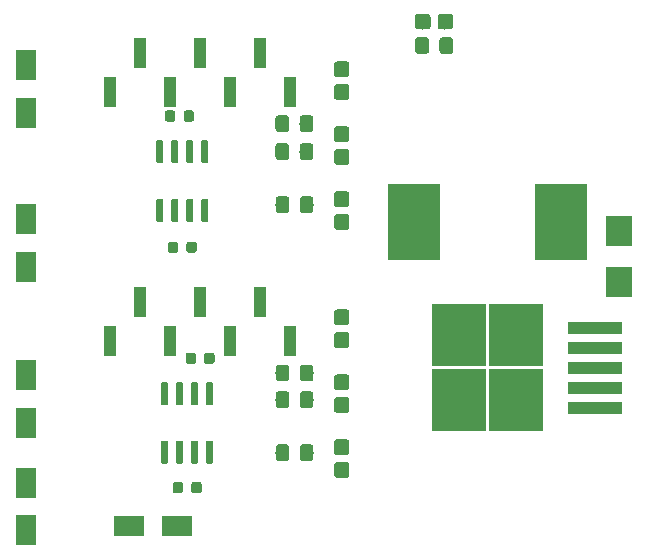
<source format=gbr>
G04 #@! TF.GenerationSoftware,KiCad,Pcbnew,(5.1.4)-1*
G04 #@! TF.CreationDate,2023-01-05T18:52:54+01:00*
G04 #@! TF.ProjectId,RasPi-HAT,52617350-692d-4484-9154-2e6b69636164,V00.20*
G04 #@! TF.SameCoordinates,Original*
G04 #@! TF.FileFunction,Paste,Top*
G04 #@! TF.FilePolarity,Positive*
%FSLAX46Y46*%
G04 Gerber Fmt 4.6, Leading zero omitted, Abs format (unit mm)*
G04 Created by KiCad (PCBNEW (5.1.4)-1) date 2023-01-05 18:52:54*
%MOMM*%
%LPD*%
G04 APERTURE LIST*
%ADD10R,1.800000X2.500000*%
%ADD11R,2.500000X1.800000*%
%ADD12R,1.000000X2.510000*%
%ADD13C,0.100000*%
%ADD14C,0.875000*%
%ADD15R,4.500000X6.500000*%
%ADD16C,1.150000*%
%ADD17C,1.300000*%
%ADD18R,2.300000X2.500000*%
%ADD19R,4.550000X5.250000*%
%ADD20R,4.600000X1.100000*%
%ADD21C,0.600000*%
G04 APERTURE END LIST*
D10*
X64770000Y-90540000D03*
X64770000Y-86540000D03*
D11*
X73510000Y-90210000D03*
X77510000Y-90210000D03*
D10*
X64770000Y-77462000D03*
X64770000Y-81462000D03*
X64800000Y-64254000D03*
X64800000Y-68254000D03*
X64800000Y-51200000D03*
X64800000Y-55200000D03*
D12*
X84582000Y-71243000D03*
X79502000Y-71243000D03*
X74422000Y-71243000D03*
X87122000Y-74553000D03*
X82042000Y-74553000D03*
X76922000Y-74553000D03*
X71882000Y-74553000D03*
X84582000Y-50161000D03*
X79502000Y-50161000D03*
X74422000Y-50161000D03*
X87122000Y-53471000D03*
X82042000Y-53471000D03*
X76922000Y-53471000D03*
X71882000Y-53471000D03*
D13*
G36*
X80527691Y-75526053D02*
G01*
X80548926Y-75529203D01*
X80569750Y-75534419D01*
X80589962Y-75541651D01*
X80609368Y-75550830D01*
X80627781Y-75561866D01*
X80645024Y-75574654D01*
X80660930Y-75589070D01*
X80675346Y-75604976D01*
X80688134Y-75622219D01*
X80699170Y-75640632D01*
X80708349Y-75660038D01*
X80715581Y-75680250D01*
X80720797Y-75701074D01*
X80723947Y-75722309D01*
X80725000Y-75743750D01*
X80725000Y-76256250D01*
X80723947Y-76277691D01*
X80720797Y-76298926D01*
X80715581Y-76319750D01*
X80708349Y-76339962D01*
X80699170Y-76359368D01*
X80688134Y-76377781D01*
X80675346Y-76395024D01*
X80660930Y-76410930D01*
X80645024Y-76425346D01*
X80627781Y-76438134D01*
X80609368Y-76449170D01*
X80589962Y-76458349D01*
X80569750Y-76465581D01*
X80548926Y-76470797D01*
X80527691Y-76473947D01*
X80506250Y-76475000D01*
X80068750Y-76475000D01*
X80047309Y-76473947D01*
X80026074Y-76470797D01*
X80005250Y-76465581D01*
X79985038Y-76458349D01*
X79965632Y-76449170D01*
X79947219Y-76438134D01*
X79929976Y-76425346D01*
X79914070Y-76410930D01*
X79899654Y-76395024D01*
X79886866Y-76377781D01*
X79875830Y-76359368D01*
X79866651Y-76339962D01*
X79859419Y-76319750D01*
X79854203Y-76298926D01*
X79851053Y-76277691D01*
X79850000Y-76256250D01*
X79850000Y-75743750D01*
X79851053Y-75722309D01*
X79854203Y-75701074D01*
X79859419Y-75680250D01*
X79866651Y-75660038D01*
X79875830Y-75640632D01*
X79886866Y-75622219D01*
X79899654Y-75604976D01*
X79914070Y-75589070D01*
X79929976Y-75574654D01*
X79947219Y-75561866D01*
X79965632Y-75550830D01*
X79985038Y-75541651D01*
X80005250Y-75534419D01*
X80026074Y-75529203D01*
X80047309Y-75526053D01*
X80068750Y-75525000D01*
X80506250Y-75525000D01*
X80527691Y-75526053D01*
X80527691Y-75526053D01*
G37*
D14*
X80287500Y-76000000D03*
D13*
G36*
X78952691Y-75526053D02*
G01*
X78973926Y-75529203D01*
X78994750Y-75534419D01*
X79014962Y-75541651D01*
X79034368Y-75550830D01*
X79052781Y-75561866D01*
X79070024Y-75574654D01*
X79085930Y-75589070D01*
X79100346Y-75604976D01*
X79113134Y-75622219D01*
X79124170Y-75640632D01*
X79133349Y-75660038D01*
X79140581Y-75680250D01*
X79145797Y-75701074D01*
X79148947Y-75722309D01*
X79150000Y-75743750D01*
X79150000Y-76256250D01*
X79148947Y-76277691D01*
X79145797Y-76298926D01*
X79140581Y-76319750D01*
X79133349Y-76339962D01*
X79124170Y-76359368D01*
X79113134Y-76377781D01*
X79100346Y-76395024D01*
X79085930Y-76410930D01*
X79070024Y-76425346D01*
X79052781Y-76438134D01*
X79034368Y-76449170D01*
X79014962Y-76458349D01*
X78994750Y-76465581D01*
X78973926Y-76470797D01*
X78952691Y-76473947D01*
X78931250Y-76475000D01*
X78493750Y-76475000D01*
X78472309Y-76473947D01*
X78451074Y-76470797D01*
X78430250Y-76465581D01*
X78410038Y-76458349D01*
X78390632Y-76449170D01*
X78372219Y-76438134D01*
X78354976Y-76425346D01*
X78339070Y-76410930D01*
X78324654Y-76395024D01*
X78311866Y-76377781D01*
X78300830Y-76359368D01*
X78291651Y-76339962D01*
X78284419Y-76319750D01*
X78279203Y-76298926D01*
X78276053Y-76277691D01*
X78275000Y-76256250D01*
X78275000Y-75743750D01*
X78276053Y-75722309D01*
X78279203Y-75701074D01*
X78284419Y-75680250D01*
X78291651Y-75660038D01*
X78300830Y-75640632D01*
X78311866Y-75622219D01*
X78324654Y-75604976D01*
X78339070Y-75589070D01*
X78354976Y-75574654D01*
X78372219Y-75561866D01*
X78390632Y-75550830D01*
X78410038Y-75541651D01*
X78430250Y-75534419D01*
X78451074Y-75529203D01*
X78472309Y-75526053D01*
X78493750Y-75525000D01*
X78931250Y-75525000D01*
X78952691Y-75526053D01*
X78952691Y-75526053D01*
G37*
D14*
X78712500Y-76000000D03*
D15*
X110100000Y-64438000D03*
X97600000Y-64438000D03*
D13*
G36*
X100697505Y-48831204D02*
G01*
X100721773Y-48834804D01*
X100745572Y-48840765D01*
X100768671Y-48849030D01*
X100790850Y-48859520D01*
X100811893Y-48872132D01*
X100831599Y-48886747D01*
X100849777Y-48903223D01*
X100866253Y-48921401D01*
X100880868Y-48941107D01*
X100893480Y-48962150D01*
X100903970Y-48984329D01*
X100912235Y-49007428D01*
X100918196Y-49031227D01*
X100921796Y-49055495D01*
X100923000Y-49079999D01*
X100923000Y-49980001D01*
X100921796Y-50004505D01*
X100918196Y-50028773D01*
X100912235Y-50052572D01*
X100903970Y-50075671D01*
X100893480Y-50097850D01*
X100880868Y-50118893D01*
X100866253Y-50138599D01*
X100849777Y-50156777D01*
X100831599Y-50173253D01*
X100811893Y-50187868D01*
X100790850Y-50200480D01*
X100768671Y-50210970D01*
X100745572Y-50219235D01*
X100721773Y-50225196D01*
X100697505Y-50228796D01*
X100673001Y-50230000D01*
X100022999Y-50230000D01*
X99998495Y-50228796D01*
X99974227Y-50225196D01*
X99950428Y-50219235D01*
X99927329Y-50210970D01*
X99905150Y-50200480D01*
X99884107Y-50187868D01*
X99864401Y-50173253D01*
X99846223Y-50156777D01*
X99829747Y-50138599D01*
X99815132Y-50118893D01*
X99802520Y-50097850D01*
X99792030Y-50075671D01*
X99783765Y-50052572D01*
X99777804Y-50028773D01*
X99774204Y-50004505D01*
X99773000Y-49980001D01*
X99773000Y-49079999D01*
X99774204Y-49055495D01*
X99777804Y-49031227D01*
X99783765Y-49007428D01*
X99792030Y-48984329D01*
X99802520Y-48962150D01*
X99815132Y-48941107D01*
X99829747Y-48921401D01*
X99846223Y-48903223D01*
X99864401Y-48886747D01*
X99884107Y-48872132D01*
X99905150Y-48859520D01*
X99927329Y-48849030D01*
X99950428Y-48840765D01*
X99974227Y-48834804D01*
X99998495Y-48831204D01*
X100022999Y-48830000D01*
X100673001Y-48830000D01*
X100697505Y-48831204D01*
X100697505Y-48831204D01*
G37*
D16*
X100348000Y-49530000D03*
D13*
G36*
X98647505Y-48831204D02*
G01*
X98671773Y-48834804D01*
X98695572Y-48840765D01*
X98718671Y-48849030D01*
X98740850Y-48859520D01*
X98761893Y-48872132D01*
X98781599Y-48886747D01*
X98799777Y-48903223D01*
X98816253Y-48921401D01*
X98830868Y-48941107D01*
X98843480Y-48962150D01*
X98853970Y-48984329D01*
X98862235Y-49007428D01*
X98868196Y-49031227D01*
X98871796Y-49055495D01*
X98873000Y-49079999D01*
X98873000Y-49980001D01*
X98871796Y-50004505D01*
X98868196Y-50028773D01*
X98862235Y-50052572D01*
X98853970Y-50075671D01*
X98843480Y-50097850D01*
X98830868Y-50118893D01*
X98816253Y-50138599D01*
X98799777Y-50156777D01*
X98781599Y-50173253D01*
X98761893Y-50187868D01*
X98740850Y-50200480D01*
X98718671Y-50210970D01*
X98695572Y-50219235D01*
X98671773Y-50225196D01*
X98647505Y-50228796D01*
X98623001Y-50230000D01*
X97972999Y-50230000D01*
X97948495Y-50228796D01*
X97924227Y-50225196D01*
X97900428Y-50219235D01*
X97877329Y-50210970D01*
X97855150Y-50200480D01*
X97834107Y-50187868D01*
X97814401Y-50173253D01*
X97796223Y-50156777D01*
X97779747Y-50138599D01*
X97765132Y-50118893D01*
X97752520Y-50097850D01*
X97742030Y-50075671D01*
X97733765Y-50052572D01*
X97727804Y-50028773D01*
X97724204Y-50004505D01*
X97723000Y-49980001D01*
X97723000Y-49079999D01*
X97724204Y-49055495D01*
X97727804Y-49031227D01*
X97733765Y-49007428D01*
X97742030Y-48984329D01*
X97752520Y-48962150D01*
X97765132Y-48941107D01*
X97779747Y-48921401D01*
X97796223Y-48903223D01*
X97814401Y-48886747D01*
X97834107Y-48872132D01*
X97855150Y-48859520D01*
X97877329Y-48849030D01*
X97900428Y-48840765D01*
X97924227Y-48834804D01*
X97948495Y-48831204D01*
X97972999Y-48830000D01*
X98623001Y-48830000D01*
X98647505Y-48831204D01*
X98647505Y-48831204D01*
G37*
D16*
X98298000Y-49530000D03*
D13*
G36*
X88874505Y-83301204D02*
G01*
X88898773Y-83304804D01*
X88922572Y-83310765D01*
X88945671Y-83319030D01*
X88967850Y-83329520D01*
X88988893Y-83342132D01*
X89008599Y-83356747D01*
X89026777Y-83373223D01*
X89043253Y-83391401D01*
X89057868Y-83411107D01*
X89070480Y-83432150D01*
X89080970Y-83454329D01*
X89089235Y-83477428D01*
X89095196Y-83501227D01*
X89098796Y-83525495D01*
X89100000Y-83549999D01*
X89100000Y-84450001D01*
X89098796Y-84474505D01*
X89095196Y-84498773D01*
X89089235Y-84522572D01*
X89080970Y-84545671D01*
X89070480Y-84567850D01*
X89057868Y-84588893D01*
X89043253Y-84608599D01*
X89026777Y-84626777D01*
X89008599Y-84643253D01*
X88988893Y-84657868D01*
X88967850Y-84670480D01*
X88945671Y-84680970D01*
X88922572Y-84689235D01*
X88898773Y-84695196D01*
X88874505Y-84698796D01*
X88850001Y-84700000D01*
X88199999Y-84700000D01*
X88175495Y-84698796D01*
X88151227Y-84695196D01*
X88127428Y-84689235D01*
X88104329Y-84680970D01*
X88082150Y-84670480D01*
X88061107Y-84657868D01*
X88041401Y-84643253D01*
X88023223Y-84626777D01*
X88006747Y-84608599D01*
X87992132Y-84588893D01*
X87979520Y-84567850D01*
X87969030Y-84545671D01*
X87960765Y-84522572D01*
X87954804Y-84498773D01*
X87951204Y-84474505D01*
X87950000Y-84450001D01*
X87950000Y-83549999D01*
X87951204Y-83525495D01*
X87954804Y-83501227D01*
X87960765Y-83477428D01*
X87969030Y-83454329D01*
X87979520Y-83432150D01*
X87992132Y-83411107D01*
X88006747Y-83391401D01*
X88023223Y-83373223D01*
X88041401Y-83356747D01*
X88061107Y-83342132D01*
X88082150Y-83329520D01*
X88104329Y-83319030D01*
X88127428Y-83310765D01*
X88151227Y-83304804D01*
X88175495Y-83301204D01*
X88199999Y-83300000D01*
X88850001Y-83300000D01*
X88874505Y-83301204D01*
X88874505Y-83301204D01*
G37*
D16*
X88525000Y-84000000D03*
D13*
G36*
X86824505Y-83301204D02*
G01*
X86848773Y-83304804D01*
X86872572Y-83310765D01*
X86895671Y-83319030D01*
X86917850Y-83329520D01*
X86938893Y-83342132D01*
X86958599Y-83356747D01*
X86976777Y-83373223D01*
X86993253Y-83391401D01*
X87007868Y-83411107D01*
X87020480Y-83432150D01*
X87030970Y-83454329D01*
X87039235Y-83477428D01*
X87045196Y-83501227D01*
X87048796Y-83525495D01*
X87050000Y-83549999D01*
X87050000Y-84450001D01*
X87048796Y-84474505D01*
X87045196Y-84498773D01*
X87039235Y-84522572D01*
X87030970Y-84545671D01*
X87020480Y-84567850D01*
X87007868Y-84588893D01*
X86993253Y-84608599D01*
X86976777Y-84626777D01*
X86958599Y-84643253D01*
X86938893Y-84657868D01*
X86917850Y-84670480D01*
X86895671Y-84680970D01*
X86872572Y-84689235D01*
X86848773Y-84695196D01*
X86824505Y-84698796D01*
X86800001Y-84700000D01*
X86149999Y-84700000D01*
X86125495Y-84698796D01*
X86101227Y-84695196D01*
X86077428Y-84689235D01*
X86054329Y-84680970D01*
X86032150Y-84670480D01*
X86011107Y-84657868D01*
X85991401Y-84643253D01*
X85973223Y-84626777D01*
X85956747Y-84608599D01*
X85942132Y-84588893D01*
X85929520Y-84567850D01*
X85919030Y-84545671D01*
X85910765Y-84522572D01*
X85904804Y-84498773D01*
X85901204Y-84474505D01*
X85900000Y-84450001D01*
X85900000Y-83549999D01*
X85901204Y-83525495D01*
X85904804Y-83501227D01*
X85910765Y-83477428D01*
X85919030Y-83454329D01*
X85929520Y-83432150D01*
X85942132Y-83411107D01*
X85956747Y-83391401D01*
X85973223Y-83373223D01*
X85991401Y-83356747D01*
X86011107Y-83342132D01*
X86032150Y-83329520D01*
X86054329Y-83319030D01*
X86077428Y-83310765D01*
X86101227Y-83304804D01*
X86125495Y-83301204D01*
X86149999Y-83300000D01*
X86800001Y-83300000D01*
X86824505Y-83301204D01*
X86824505Y-83301204D01*
G37*
D16*
X86475000Y-84000000D03*
D13*
G36*
X88874505Y-78801204D02*
G01*
X88898773Y-78804804D01*
X88922572Y-78810765D01*
X88945671Y-78819030D01*
X88967850Y-78829520D01*
X88988893Y-78842132D01*
X89008599Y-78856747D01*
X89026777Y-78873223D01*
X89043253Y-78891401D01*
X89057868Y-78911107D01*
X89070480Y-78932150D01*
X89080970Y-78954329D01*
X89089235Y-78977428D01*
X89095196Y-79001227D01*
X89098796Y-79025495D01*
X89100000Y-79049999D01*
X89100000Y-79950001D01*
X89098796Y-79974505D01*
X89095196Y-79998773D01*
X89089235Y-80022572D01*
X89080970Y-80045671D01*
X89070480Y-80067850D01*
X89057868Y-80088893D01*
X89043253Y-80108599D01*
X89026777Y-80126777D01*
X89008599Y-80143253D01*
X88988893Y-80157868D01*
X88967850Y-80170480D01*
X88945671Y-80180970D01*
X88922572Y-80189235D01*
X88898773Y-80195196D01*
X88874505Y-80198796D01*
X88850001Y-80200000D01*
X88199999Y-80200000D01*
X88175495Y-80198796D01*
X88151227Y-80195196D01*
X88127428Y-80189235D01*
X88104329Y-80180970D01*
X88082150Y-80170480D01*
X88061107Y-80157868D01*
X88041401Y-80143253D01*
X88023223Y-80126777D01*
X88006747Y-80108599D01*
X87992132Y-80088893D01*
X87979520Y-80067850D01*
X87969030Y-80045671D01*
X87960765Y-80022572D01*
X87954804Y-79998773D01*
X87951204Y-79974505D01*
X87950000Y-79950001D01*
X87950000Y-79049999D01*
X87951204Y-79025495D01*
X87954804Y-79001227D01*
X87960765Y-78977428D01*
X87969030Y-78954329D01*
X87979520Y-78932150D01*
X87992132Y-78911107D01*
X88006747Y-78891401D01*
X88023223Y-78873223D01*
X88041401Y-78856747D01*
X88061107Y-78842132D01*
X88082150Y-78829520D01*
X88104329Y-78819030D01*
X88127428Y-78810765D01*
X88151227Y-78804804D01*
X88175495Y-78801204D01*
X88199999Y-78800000D01*
X88850001Y-78800000D01*
X88874505Y-78801204D01*
X88874505Y-78801204D01*
G37*
D16*
X88525000Y-79500000D03*
D13*
G36*
X86824505Y-78801204D02*
G01*
X86848773Y-78804804D01*
X86872572Y-78810765D01*
X86895671Y-78819030D01*
X86917850Y-78829520D01*
X86938893Y-78842132D01*
X86958599Y-78856747D01*
X86976777Y-78873223D01*
X86993253Y-78891401D01*
X87007868Y-78911107D01*
X87020480Y-78932150D01*
X87030970Y-78954329D01*
X87039235Y-78977428D01*
X87045196Y-79001227D01*
X87048796Y-79025495D01*
X87050000Y-79049999D01*
X87050000Y-79950001D01*
X87048796Y-79974505D01*
X87045196Y-79998773D01*
X87039235Y-80022572D01*
X87030970Y-80045671D01*
X87020480Y-80067850D01*
X87007868Y-80088893D01*
X86993253Y-80108599D01*
X86976777Y-80126777D01*
X86958599Y-80143253D01*
X86938893Y-80157868D01*
X86917850Y-80170480D01*
X86895671Y-80180970D01*
X86872572Y-80189235D01*
X86848773Y-80195196D01*
X86824505Y-80198796D01*
X86800001Y-80200000D01*
X86149999Y-80200000D01*
X86125495Y-80198796D01*
X86101227Y-80195196D01*
X86077428Y-80189235D01*
X86054329Y-80180970D01*
X86032150Y-80170480D01*
X86011107Y-80157868D01*
X85991401Y-80143253D01*
X85973223Y-80126777D01*
X85956747Y-80108599D01*
X85942132Y-80088893D01*
X85929520Y-80067850D01*
X85919030Y-80045671D01*
X85910765Y-80022572D01*
X85904804Y-79998773D01*
X85901204Y-79974505D01*
X85900000Y-79950001D01*
X85900000Y-79049999D01*
X85901204Y-79025495D01*
X85904804Y-79001227D01*
X85910765Y-78977428D01*
X85919030Y-78954329D01*
X85929520Y-78932150D01*
X85942132Y-78911107D01*
X85956747Y-78891401D01*
X85973223Y-78873223D01*
X85991401Y-78856747D01*
X86011107Y-78842132D01*
X86032150Y-78829520D01*
X86054329Y-78819030D01*
X86077428Y-78810765D01*
X86101227Y-78804804D01*
X86125495Y-78801204D01*
X86149999Y-78800000D01*
X86800001Y-78800000D01*
X86824505Y-78801204D01*
X86824505Y-78801204D01*
G37*
D16*
X86475000Y-79500000D03*
D13*
G36*
X88874505Y-76551204D02*
G01*
X88898773Y-76554804D01*
X88922572Y-76560765D01*
X88945671Y-76569030D01*
X88967850Y-76579520D01*
X88988893Y-76592132D01*
X89008599Y-76606747D01*
X89026777Y-76623223D01*
X89043253Y-76641401D01*
X89057868Y-76661107D01*
X89070480Y-76682150D01*
X89080970Y-76704329D01*
X89089235Y-76727428D01*
X89095196Y-76751227D01*
X89098796Y-76775495D01*
X89100000Y-76799999D01*
X89100000Y-77700001D01*
X89098796Y-77724505D01*
X89095196Y-77748773D01*
X89089235Y-77772572D01*
X89080970Y-77795671D01*
X89070480Y-77817850D01*
X89057868Y-77838893D01*
X89043253Y-77858599D01*
X89026777Y-77876777D01*
X89008599Y-77893253D01*
X88988893Y-77907868D01*
X88967850Y-77920480D01*
X88945671Y-77930970D01*
X88922572Y-77939235D01*
X88898773Y-77945196D01*
X88874505Y-77948796D01*
X88850001Y-77950000D01*
X88199999Y-77950000D01*
X88175495Y-77948796D01*
X88151227Y-77945196D01*
X88127428Y-77939235D01*
X88104329Y-77930970D01*
X88082150Y-77920480D01*
X88061107Y-77907868D01*
X88041401Y-77893253D01*
X88023223Y-77876777D01*
X88006747Y-77858599D01*
X87992132Y-77838893D01*
X87979520Y-77817850D01*
X87969030Y-77795671D01*
X87960765Y-77772572D01*
X87954804Y-77748773D01*
X87951204Y-77724505D01*
X87950000Y-77700001D01*
X87950000Y-76799999D01*
X87951204Y-76775495D01*
X87954804Y-76751227D01*
X87960765Y-76727428D01*
X87969030Y-76704329D01*
X87979520Y-76682150D01*
X87992132Y-76661107D01*
X88006747Y-76641401D01*
X88023223Y-76623223D01*
X88041401Y-76606747D01*
X88061107Y-76592132D01*
X88082150Y-76579520D01*
X88104329Y-76569030D01*
X88127428Y-76560765D01*
X88151227Y-76554804D01*
X88175495Y-76551204D01*
X88199999Y-76550000D01*
X88850001Y-76550000D01*
X88874505Y-76551204D01*
X88874505Y-76551204D01*
G37*
D16*
X88525000Y-77250000D03*
D13*
G36*
X86824505Y-76551204D02*
G01*
X86848773Y-76554804D01*
X86872572Y-76560765D01*
X86895671Y-76569030D01*
X86917850Y-76579520D01*
X86938893Y-76592132D01*
X86958599Y-76606747D01*
X86976777Y-76623223D01*
X86993253Y-76641401D01*
X87007868Y-76661107D01*
X87020480Y-76682150D01*
X87030970Y-76704329D01*
X87039235Y-76727428D01*
X87045196Y-76751227D01*
X87048796Y-76775495D01*
X87050000Y-76799999D01*
X87050000Y-77700001D01*
X87048796Y-77724505D01*
X87045196Y-77748773D01*
X87039235Y-77772572D01*
X87030970Y-77795671D01*
X87020480Y-77817850D01*
X87007868Y-77838893D01*
X86993253Y-77858599D01*
X86976777Y-77876777D01*
X86958599Y-77893253D01*
X86938893Y-77907868D01*
X86917850Y-77920480D01*
X86895671Y-77930970D01*
X86872572Y-77939235D01*
X86848773Y-77945196D01*
X86824505Y-77948796D01*
X86800001Y-77950000D01*
X86149999Y-77950000D01*
X86125495Y-77948796D01*
X86101227Y-77945196D01*
X86077428Y-77939235D01*
X86054329Y-77930970D01*
X86032150Y-77920480D01*
X86011107Y-77907868D01*
X85991401Y-77893253D01*
X85973223Y-77876777D01*
X85956747Y-77858599D01*
X85942132Y-77838893D01*
X85929520Y-77817850D01*
X85919030Y-77795671D01*
X85910765Y-77772572D01*
X85904804Y-77748773D01*
X85901204Y-77724505D01*
X85900000Y-77700001D01*
X85900000Y-76799999D01*
X85901204Y-76775495D01*
X85904804Y-76751227D01*
X85910765Y-76727428D01*
X85919030Y-76704329D01*
X85929520Y-76682150D01*
X85942132Y-76661107D01*
X85956747Y-76641401D01*
X85973223Y-76623223D01*
X85991401Y-76606747D01*
X86011107Y-76592132D01*
X86032150Y-76579520D01*
X86054329Y-76569030D01*
X86077428Y-76560765D01*
X86101227Y-76554804D01*
X86125495Y-76551204D01*
X86149999Y-76550000D01*
X86800001Y-76550000D01*
X86824505Y-76551204D01*
X86824505Y-76551204D01*
G37*
D16*
X86475000Y-77250000D03*
D13*
G36*
X88874505Y-62301204D02*
G01*
X88898773Y-62304804D01*
X88922572Y-62310765D01*
X88945671Y-62319030D01*
X88967850Y-62329520D01*
X88988893Y-62342132D01*
X89008599Y-62356747D01*
X89026777Y-62373223D01*
X89043253Y-62391401D01*
X89057868Y-62411107D01*
X89070480Y-62432150D01*
X89080970Y-62454329D01*
X89089235Y-62477428D01*
X89095196Y-62501227D01*
X89098796Y-62525495D01*
X89100000Y-62549999D01*
X89100000Y-63450001D01*
X89098796Y-63474505D01*
X89095196Y-63498773D01*
X89089235Y-63522572D01*
X89080970Y-63545671D01*
X89070480Y-63567850D01*
X89057868Y-63588893D01*
X89043253Y-63608599D01*
X89026777Y-63626777D01*
X89008599Y-63643253D01*
X88988893Y-63657868D01*
X88967850Y-63670480D01*
X88945671Y-63680970D01*
X88922572Y-63689235D01*
X88898773Y-63695196D01*
X88874505Y-63698796D01*
X88850001Y-63700000D01*
X88199999Y-63700000D01*
X88175495Y-63698796D01*
X88151227Y-63695196D01*
X88127428Y-63689235D01*
X88104329Y-63680970D01*
X88082150Y-63670480D01*
X88061107Y-63657868D01*
X88041401Y-63643253D01*
X88023223Y-63626777D01*
X88006747Y-63608599D01*
X87992132Y-63588893D01*
X87979520Y-63567850D01*
X87969030Y-63545671D01*
X87960765Y-63522572D01*
X87954804Y-63498773D01*
X87951204Y-63474505D01*
X87950000Y-63450001D01*
X87950000Y-62549999D01*
X87951204Y-62525495D01*
X87954804Y-62501227D01*
X87960765Y-62477428D01*
X87969030Y-62454329D01*
X87979520Y-62432150D01*
X87992132Y-62411107D01*
X88006747Y-62391401D01*
X88023223Y-62373223D01*
X88041401Y-62356747D01*
X88061107Y-62342132D01*
X88082150Y-62329520D01*
X88104329Y-62319030D01*
X88127428Y-62310765D01*
X88151227Y-62304804D01*
X88175495Y-62301204D01*
X88199999Y-62300000D01*
X88850001Y-62300000D01*
X88874505Y-62301204D01*
X88874505Y-62301204D01*
G37*
D16*
X88525000Y-63000000D03*
D13*
G36*
X86824505Y-62301204D02*
G01*
X86848773Y-62304804D01*
X86872572Y-62310765D01*
X86895671Y-62319030D01*
X86917850Y-62329520D01*
X86938893Y-62342132D01*
X86958599Y-62356747D01*
X86976777Y-62373223D01*
X86993253Y-62391401D01*
X87007868Y-62411107D01*
X87020480Y-62432150D01*
X87030970Y-62454329D01*
X87039235Y-62477428D01*
X87045196Y-62501227D01*
X87048796Y-62525495D01*
X87050000Y-62549999D01*
X87050000Y-63450001D01*
X87048796Y-63474505D01*
X87045196Y-63498773D01*
X87039235Y-63522572D01*
X87030970Y-63545671D01*
X87020480Y-63567850D01*
X87007868Y-63588893D01*
X86993253Y-63608599D01*
X86976777Y-63626777D01*
X86958599Y-63643253D01*
X86938893Y-63657868D01*
X86917850Y-63670480D01*
X86895671Y-63680970D01*
X86872572Y-63689235D01*
X86848773Y-63695196D01*
X86824505Y-63698796D01*
X86800001Y-63700000D01*
X86149999Y-63700000D01*
X86125495Y-63698796D01*
X86101227Y-63695196D01*
X86077428Y-63689235D01*
X86054329Y-63680970D01*
X86032150Y-63670480D01*
X86011107Y-63657868D01*
X85991401Y-63643253D01*
X85973223Y-63626777D01*
X85956747Y-63608599D01*
X85942132Y-63588893D01*
X85929520Y-63567850D01*
X85919030Y-63545671D01*
X85910765Y-63522572D01*
X85904804Y-63498773D01*
X85901204Y-63474505D01*
X85900000Y-63450001D01*
X85900000Y-62549999D01*
X85901204Y-62525495D01*
X85904804Y-62501227D01*
X85910765Y-62477428D01*
X85919030Y-62454329D01*
X85929520Y-62432150D01*
X85942132Y-62411107D01*
X85956747Y-62391401D01*
X85973223Y-62373223D01*
X85991401Y-62356747D01*
X86011107Y-62342132D01*
X86032150Y-62329520D01*
X86054329Y-62319030D01*
X86077428Y-62310765D01*
X86101227Y-62304804D01*
X86125495Y-62301204D01*
X86149999Y-62300000D01*
X86800001Y-62300000D01*
X86824505Y-62301204D01*
X86824505Y-62301204D01*
G37*
D16*
X86475000Y-63000000D03*
D13*
G36*
X88862005Y-57801204D02*
G01*
X88886273Y-57804804D01*
X88910072Y-57810765D01*
X88933171Y-57819030D01*
X88955350Y-57829520D01*
X88976393Y-57842132D01*
X88996099Y-57856747D01*
X89014277Y-57873223D01*
X89030753Y-57891401D01*
X89045368Y-57911107D01*
X89057980Y-57932150D01*
X89068470Y-57954329D01*
X89076735Y-57977428D01*
X89082696Y-58001227D01*
X89086296Y-58025495D01*
X89087500Y-58049999D01*
X89087500Y-58950001D01*
X89086296Y-58974505D01*
X89082696Y-58998773D01*
X89076735Y-59022572D01*
X89068470Y-59045671D01*
X89057980Y-59067850D01*
X89045368Y-59088893D01*
X89030753Y-59108599D01*
X89014277Y-59126777D01*
X88996099Y-59143253D01*
X88976393Y-59157868D01*
X88955350Y-59170480D01*
X88933171Y-59180970D01*
X88910072Y-59189235D01*
X88886273Y-59195196D01*
X88862005Y-59198796D01*
X88837501Y-59200000D01*
X88187499Y-59200000D01*
X88162995Y-59198796D01*
X88138727Y-59195196D01*
X88114928Y-59189235D01*
X88091829Y-59180970D01*
X88069650Y-59170480D01*
X88048607Y-59157868D01*
X88028901Y-59143253D01*
X88010723Y-59126777D01*
X87994247Y-59108599D01*
X87979632Y-59088893D01*
X87967020Y-59067850D01*
X87956530Y-59045671D01*
X87948265Y-59022572D01*
X87942304Y-58998773D01*
X87938704Y-58974505D01*
X87937500Y-58950001D01*
X87937500Y-58049999D01*
X87938704Y-58025495D01*
X87942304Y-58001227D01*
X87948265Y-57977428D01*
X87956530Y-57954329D01*
X87967020Y-57932150D01*
X87979632Y-57911107D01*
X87994247Y-57891401D01*
X88010723Y-57873223D01*
X88028901Y-57856747D01*
X88048607Y-57842132D01*
X88069650Y-57829520D01*
X88091829Y-57819030D01*
X88114928Y-57810765D01*
X88138727Y-57804804D01*
X88162995Y-57801204D01*
X88187499Y-57800000D01*
X88837501Y-57800000D01*
X88862005Y-57801204D01*
X88862005Y-57801204D01*
G37*
D16*
X88512500Y-58500000D03*
D13*
G36*
X86812005Y-57801204D02*
G01*
X86836273Y-57804804D01*
X86860072Y-57810765D01*
X86883171Y-57819030D01*
X86905350Y-57829520D01*
X86926393Y-57842132D01*
X86946099Y-57856747D01*
X86964277Y-57873223D01*
X86980753Y-57891401D01*
X86995368Y-57911107D01*
X87007980Y-57932150D01*
X87018470Y-57954329D01*
X87026735Y-57977428D01*
X87032696Y-58001227D01*
X87036296Y-58025495D01*
X87037500Y-58049999D01*
X87037500Y-58950001D01*
X87036296Y-58974505D01*
X87032696Y-58998773D01*
X87026735Y-59022572D01*
X87018470Y-59045671D01*
X87007980Y-59067850D01*
X86995368Y-59088893D01*
X86980753Y-59108599D01*
X86964277Y-59126777D01*
X86946099Y-59143253D01*
X86926393Y-59157868D01*
X86905350Y-59170480D01*
X86883171Y-59180970D01*
X86860072Y-59189235D01*
X86836273Y-59195196D01*
X86812005Y-59198796D01*
X86787501Y-59200000D01*
X86137499Y-59200000D01*
X86112995Y-59198796D01*
X86088727Y-59195196D01*
X86064928Y-59189235D01*
X86041829Y-59180970D01*
X86019650Y-59170480D01*
X85998607Y-59157868D01*
X85978901Y-59143253D01*
X85960723Y-59126777D01*
X85944247Y-59108599D01*
X85929632Y-59088893D01*
X85917020Y-59067850D01*
X85906530Y-59045671D01*
X85898265Y-59022572D01*
X85892304Y-58998773D01*
X85888704Y-58974505D01*
X85887500Y-58950001D01*
X85887500Y-58049999D01*
X85888704Y-58025495D01*
X85892304Y-58001227D01*
X85898265Y-57977428D01*
X85906530Y-57954329D01*
X85917020Y-57932150D01*
X85929632Y-57911107D01*
X85944247Y-57891401D01*
X85960723Y-57873223D01*
X85978901Y-57856747D01*
X85998607Y-57842132D01*
X86019650Y-57829520D01*
X86041829Y-57819030D01*
X86064928Y-57810765D01*
X86088727Y-57804804D01*
X86112995Y-57801204D01*
X86137499Y-57800000D01*
X86787501Y-57800000D01*
X86812005Y-57801204D01*
X86812005Y-57801204D01*
G37*
D16*
X86462500Y-58500000D03*
D13*
G36*
X88862005Y-55435204D02*
G01*
X88886273Y-55438804D01*
X88910072Y-55444765D01*
X88933171Y-55453030D01*
X88955350Y-55463520D01*
X88976393Y-55476132D01*
X88996099Y-55490747D01*
X89014277Y-55507223D01*
X89030753Y-55525401D01*
X89045368Y-55545107D01*
X89057980Y-55566150D01*
X89068470Y-55588329D01*
X89076735Y-55611428D01*
X89082696Y-55635227D01*
X89086296Y-55659495D01*
X89087500Y-55683999D01*
X89087500Y-56584001D01*
X89086296Y-56608505D01*
X89082696Y-56632773D01*
X89076735Y-56656572D01*
X89068470Y-56679671D01*
X89057980Y-56701850D01*
X89045368Y-56722893D01*
X89030753Y-56742599D01*
X89014277Y-56760777D01*
X88996099Y-56777253D01*
X88976393Y-56791868D01*
X88955350Y-56804480D01*
X88933171Y-56814970D01*
X88910072Y-56823235D01*
X88886273Y-56829196D01*
X88862005Y-56832796D01*
X88837501Y-56834000D01*
X88187499Y-56834000D01*
X88162995Y-56832796D01*
X88138727Y-56829196D01*
X88114928Y-56823235D01*
X88091829Y-56814970D01*
X88069650Y-56804480D01*
X88048607Y-56791868D01*
X88028901Y-56777253D01*
X88010723Y-56760777D01*
X87994247Y-56742599D01*
X87979632Y-56722893D01*
X87967020Y-56701850D01*
X87956530Y-56679671D01*
X87948265Y-56656572D01*
X87942304Y-56632773D01*
X87938704Y-56608505D01*
X87937500Y-56584001D01*
X87937500Y-55683999D01*
X87938704Y-55659495D01*
X87942304Y-55635227D01*
X87948265Y-55611428D01*
X87956530Y-55588329D01*
X87967020Y-55566150D01*
X87979632Y-55545107D01*
X87994247Y-55525401D01*
X88010723Y-55507223D01*
X88028901Y-55490747D01*
X88048607Y-55476132D01*
X88069650Y-55463520D01*
X88091829Y-55453030D01*
X88114928Y-55444765D01*
X88138727Y-55438804D01*
X88162995Y-55435204D01*
X88187499Y-55434000D01*
X88837501Y-55434000D01*
X88862005Y-55435204D01*
X88862005Y-55435204D01*
G37*
D16*
X88512500Y-56134000D03*
D13*
G36*
X86812005Y-55435204D02*
G01*
X86836273Y-55438804D01*
X86860072Y-55444765D01*
X86883171Y-55453030D01*
X86905350Y-55463520D01*
X86926393Y-55476132D01*
X86946099Y-55490747D01*
X86964277Y-55507223D01*
X86980753Y-55525401D01*
X86995368Y-55545107D01*
X87007980Y-55566150D01*
X87018470Y-55588329D01*
X87026735Y-55611428D01*
X87032696Y-55635227D01*
X87036296Y-55659495D01*
X87037500Y-55683999D01*
X87037500Y-56584001D01*
X87036296Y-56608505D01*
X87032696Y-56632773D01*
X87026735Y-56656572D01*
X87018470Y-56679671D01*
X87007980Y-56701850D01*
X86995368Y-56722893D01*
X86980753Y-56742599D01*
X86964277Y-56760777D01*
X86946099Y-56777253D01*
X86926393Y-56791868D01*
X86905350Y-56804480D01*
X86883171Y-56814970D01*
X86860072Y-56823235D01*
X86836273Y-56829196D01*
X86812005Y-56832796D01*
X86787501Y-56834000D01*
X86137499Y-56834000D01*
X86112995Y-56832796D01*
X86088727Y-56829196D01*
X86064928Y-56823235D01*
X86041829Y-56814970D01*
X86019650Y-56804480D01*
X85998607Y-56791868D01*
X85978901Y-56777253D01*
X85960723Y-56760777D01*
X85944247Y-56742599D01*
X85929632Y-56722893D01*
X85917020Y-56701850D01*
X85906530Y-56679671D01*
X85898265Y-56656572D01*
X85892304Y-56632773D01*
X85888704Y-56608505D01*
X85887500Y-56584001D01*
X85887500Y-55683999D01*
X85888704Y-55659495D01*
X85892304Y-55635227D01*
X85898265Y-55611428D01*
X85906530Y-55588329D01*
X85917020Y-55566150D01*
X85929632Y-55545107D01*
X85944247Y-55525401D01*
X85960723Y-55507223D01*
X85978901Y-55490747D01*
X85998607Y-55476132D01*
X86019650Y-55463520D01*
X86041829Y-55453030D01*
X86064928Y-55444765D01*
X86088727Y-55438804D01*
X86112995Y-55435204D01*
X86137499Y-55434000D01*
X86787501Y-55434000D01*
X86812005Y-55435204D01*
X86812005Y-55435204D01*
G37*
D16*
X86462500Y-56134000D03*
D13*
G36*
X100713504Y-46849204D02*
G01*
X100737773Y-46852804D01*
X100761571Y-46858765D01*
X100784671Y-46867030D01*
X100806849Y-46877520D01*
X100827893Y-46890133D01*
X100847598Y-46904747D01*
X100865777Y-46921223D01*
X100882253Y-46939402D01*
X100896867Y-46959107D01*
X100909480Y-46980151D01*
X100919970Y-47002329D01*
X100928235Y-47025429D01*
X100934196Y-47049227D01*
X100937796Y-47073496D01*
X100939000Y-47098000D01*
X100939000Y-47898000D01*
X100937796Y-47922504D01*
X100934196Y-47946773D01*
X100928235Y-47970571D01*
X100919970Y-47993671D01*
X100909480Y-48015849D01*
X100896867Y-48036893D01*
X100882253Y-48056598D01*
X100865777Y-48074777D01*
X100847598Y-48091253D01*
X100827893Y-48105867D01*
X100806849Y-48118480D01*
X100784671Y-48128970D01*
X100761571Y-48137235D01*
X100737773Y-48143196D01*
X100713504Y-48146796D01*
X100689000Y-48148000D01*
X99864000Y-48148000D01*
X99839496Y-48146796D01*
X99815227Y-48143196D01*
X99791429Y-48137235D01*
X99768329Y-48128970D01*
X99746151Y-48118480D01*
X99725107Y-48105867D01*
X99705402Y-48091253D01*
X99687223Y-48074777D01*
X99670747Y-48056598D01*
X99656133Y-48036893D01*
X99643520Y-48015849D01*
X99633030Y-47993671D01*
X99624765Y-47970571D01*
X99618804Y-47946773D01*
X99615204Y-47922504D01*
X99614000Y-47898000D01*
X99614000Y-47098000D01*
X99615204Y-47073496D01*
X99618804Y-47049227D01*
X99624765Y-47025429D01*
X99633030Y-47002329D01*
X99643520Y-46980151D01*
X99656133Y-46959107D01*
X99670747Y-46939402D01*
X99687223Y-46921223D01*
X99705402Y-46904747D01*
X99725107Y-46890133D01*
X99746151Y-46877520D01*
X99768329Y-46867030D01*
X99791429Y-46858765D01*
X99815227Y-46852804D01*
X99839496Y-46849204D01*
X99864000Y-46848000D01*
X100689000Y-46848000D01*
X100713504Y-46849204D01*
X100713504Y-46849204D01*
G37*
D17*
X100276500Y-47498000D03*
D13*
G36*
X98788504Y-46849204D02*
G01*
X98812773Y-46852804D01*
X98836571Y-46858765D01*
X98859671Y-46867030D01*
X98881849Y-46877520D01*
X98902893Y-46890133D01*
X98922598Y-46904747D01*
X98940777Y-46921223D01*
X98957253Y-46939402D01*
X98971867Y-46959107D01*
X98984480Y-46980151D01*
X98994970Y-47002329D01*
X99003235Y-47025429D01*
X99009196Y-47049227D01*
X99012796Y-47073496D01*
X99014000Y-47098000D01*
X99014000Y-47898000D01*
X99012796Y-47922504D01*
X99009196Y-47946773D01*
X99003235Y-47970571D01*
X98994970Y-47993671D01*
X98984480Y-48015849D01*
X98971867Y-48036893D01*
X98957253Y-48056598D01*
X98940777Y-48074777D01*
X98922598Y-48091253D01*
X98902893Y-48105867D01*
X98881849Y-48118480D01*
X98859671Y-48128970D01*
X98836571Y-48137235D01*
X98812773Y-48143196D01*
X98788504Y-48146796D01*
X98764000Y-48148000D01*
X97939000Y-48148000D01*
X97914496Y-48146796D01*
X97890227Y-48143196D01*
X97866429Y-48137235D01*
X97843329Y-48128970D01*
X97821151Y-48118480D01*
X97800107Y-48105867D01*
X97780402Y-48091253D01*
X97762223Y-48074777D01*
X97745747Y-48056598D01*
X97731133Y-48036893D01*
X97718520Y-48015849D01*
X97708030Y-47993671D01*
X97699765Y-47970571D01*
X97693804Y-47946773D01*
X97690204Y-47922504D01*
X97689000Y-47898000D01*
X97689000Y-47098000D01*
X97690204Y-47073496D01*
X97693804Y-47049227D01*
X97699765Y-47025429D01*
X97708030Y-47002329D01*
X97718520Y-46980151D01*
X97731133Y-46959107D01*
X97745747Y-46939402D01*
X97762223Y-46921223D01*
X97780402Y-46904747D01*
X97800107Y-46890133D01*
X97821151Y-46877520D01*
X97843329Y-46867030D01*
X97866429Y-46858765D01*
X97890227Y-46852804D01*
X97914496Y-46849204D01*
X97939000Y-46848000D01*
X98764000Y-46848000D01*
X98788504Y-46849204D01*
X98788504Y-46849204D01*
G37*
D17*
X98351500Y-47498000D03*
D13*
G36*
X91924504Y-82876204D02*
G01*
X91948773Y-82879804D01*
X91972571Y-82885765D01*
X91995671Y-82894030D01*
X92017849Y-82904520D01*
X92038893Y-82917133D01*
X92058598Y-82931747D01*
X92076777Y-82948223D01*
X92093253Y-82966402D01*
X92107867Y-82986107D01*
X92120480Y-83007151D01*
X92130970Y-83029329D01*
X92139235Y-83052429D01*
X92145196Y-83076227D01*
X92148796Y-83100496D01*
X92150000Y-83125000D01*
X92150000Y-83950000D01*
X92148796Y-83974504D01*
X92145196Y-83998773D01*
X92139235Y-84022571D01*
X92130970Y-84045671D01*
X92120480Y-84067849D01*
X92107867Y-84088893D01*
X92093253Y-84108598D01*
X92076777Y-84126777D01*
X92058598Y-84143253D01*
X92038893Y-84157867D01*
X92017849Y-84170480D01*
X91995671Y-84180970D01*
X91972571Y-84189235D01*
X91948773Y-84195196D01*
X91924504Y-84198796D01*
X91900000Y-84200000D01*
X91100000Y-84200000D01*
X91075496Y-84198796D01*
X91051227Y-84195196D01*
X91027429Y-84189235D01*
X91004329Y-84180970D01*
X90982151Y-84170480D01*
X90961107Y-84157867D01*
X90941402Y-84143253D01*
X90923223Y-84126777D01*
X90906747Y-84108598D01*
X90892133Y-84088893D01*
X90879520Y-84067849D01*
X90869030Y-84045671D01*
X90860765Y-84022571D01*
X90854804Y-83998773D01*
X90851204Y-83974504D01*
X90850000Y-83950000D01*
X90850000Y-83125000D01*
X90851204Y-83100496D01*
X90854804Y-83076227D01*
X90860765Y-83052429D01*
X90869030Y-83029329D01*
X90879520Y-83007151D01*
X90892133Y-82986107D01*
X90906747Y-82966402D01*
X90923223Y-82948223D01*
X90941402Y-82931747D01*
X90961107Y-82917133D01*
X90982151Y-82904520D01*
X91004329Y-82894030D01*
X91027429Y-82885765D01*
X91051227Y-82879804D01*
X91075496Y-82876204D01*
X91100000Y-82875000D01*
X91900000Y-82875000D01*
X91924504Y-82876204D01*
X91924504Y-82876204D01*
G37*
D17*
X91500000Y-83537500D03*
D13*
G36*
X91924504Y-84801204D02*
G01*
X91948773Y-84804804D01*
X91972571Y-84810765D01*
X91995671Y-84819030D01*
X92017849Y-84829520D01*
X92038893Y-84842133D01*
X92058598Y-84856747D01*
X92076777Y-84873223D01*
X92093253Y-84891402D01*
X92107867Y-84911107D01*
X92120480Y-84932151D01*
X92130970Y-84954329D01*
X92139235Y-84977429D01*
X92145196Y-85001227D01*
X92148796Y-85025496D01*
X92150000Y-85050000D01*
X92150000Y-85875000D01*
X92148796Y-85899504D01*
X92145196Y-85923773D01*
X92139235Y-85947571D01*
X92130970Y-85970671D01*
X92120480Y-85992849D01*
X92107867Y-86013893D01*
X92093253Y-86033598D01*
X92076777Y-86051777D01*
X92058598Y-86068253D01*
X92038893Y-86082867D01*
X92017849Y-86095480D01*
X91995671Y-86105970D01*
X91972571Y-86114235D01*
X91948773Y-86120196D01*
X91924504Y-86123796D01*
X91900000Y-86125000D01*
X91100000Y-86125000D01*
X91075496Y-86123796D01*
X91051227Y-86120196D01*
X91027429Y-86114235D01*
X91004329Y-86105970D01*
X90982151Y-86095480D01*
X90961107Y-86082867D01*
X90941402Y-86068253D01*
X90923223Y-86051777D01*
X90906747Y-86033598D01*
X90892133Y-86013893D01*
X90879520Y-85992849D01*
X90869030Y-85970671D01*
X90860765Y-85947571D01*
X90854804Y-85923773D01*
X90851204Y-85899504D01*
X90850000Y-85875000D01*
X90850000Y-85050000D01*
X90851204Y-85025496D01*
X90854804Y-85001227D01*
X90860765Y-84977429D01*
X90869030Y-84954329D01*
X90879520Y-84932151D01*
X90892133Y-84911107D01*
X90906747Y-84891402D01*
X90923223Y-84873223D01*
X90941402Y-84856747D01*
X90961107Y-84842133D01*
X90982151Y-84829520D01*
X91004329Y-84819030D01*
X91027429Y-84810765D01*
X91051227Y-84804804D01*
X91075496Y-84801204D01*
X91100000Y-84800000D01*
X91900000Y-84800000D01*
X91924504Y-84801204D01*
X91924504Y-84801204D01*
G37*
D17*
X91500000Y-85462500D03*
D13*
G36*
X91924504Y-77376204D02*
G01*
X91948773Y-77379804D01*
X91972571Y-77385765D01*
X91995671Y-77394030D01*
X92017849Y-77404520D01*
X92038893Y-77417133D01*
X92058598Y-77431747D01*
X92076777Y-77448223D01*
X92093253Y-77466402D01*
X92107867Y-77486107D01*
X92120480Y-77507151D01*
X92130970Y-77529329D01*
X92139235Y-77552429D01*
X92145196Y-77576227D01*
X92148796Y-77600496D01*
X92150000Y-77625000D01*
X92150000Y-78450000D01*
X92148796Y-78474504D01*
X92145196Y-78498773D01*
X92139235Y-78522571D01*
X92130970Y-78545671D01*
X92120480Y-78567849D01*
X92107867Y-78588893D01*
X92093253Y-78608598D01*
X92076777Y-78626777D01*
X92058598Y-78643253D01*
X92038893Y-78657867D01*
X92017849Y-78670480D01*
X91995671Y-78680970D01*
X91972571Y-78689235D01*
X91948773Y-78695196D01*
X91924504Y-78698796D01*
X91900000Y-78700000D01*
X91100000Y-78700000D01*
X91075496Y-78698796D01*
X91051227Y-78695196D01*
X91027429Y-78689235D01*
X91004329Y-78680970D01*
X90982151Y-78670480D01*
X90961107Y-78657867D01*
X90941402Y-78643253D01*
X90923223Y-78626777D01*
X90906747Y-78608598D01*
X90892133Y-78588893D01*
X90879520Y-78567849D01*
X90869030Y-78545671D01*
X90860765Y-78522571D01*
X90854804Y-78498773D01*
X90851204Y-78474504D01*
X90850000Y-78450000D01*
X90850000Y-77625000D01*
X90851204Y-77600496D01*
X90854804Y-77576227D01*
X90860765Y-77552429D01*
X90869030Y-77529329D01*
X90879520Y-77507151D01*
X90892133Y-77486107D01*
X90906747Y-77466402D01*
X90923223Y-77448223D01*
X90941402Y-77431747D01*
X90961107Y-77417133D01*
X90982151Y-77404520D01*
X91004329Y-77394030D01*
X91027429Y-77385765D01*
X91051227Y-77379804D01*
X91075496Y-77376204D01*
X91100000Y-77375000D01*
X91900000Y-77375000D01*
X91924504Y-77376204D01*
X91924504Y-77376204D01*
G37*
D17*
X91500000Y-78037500D03*
D13*
G36*
X91924504Y-79301204D02*
G01*
X91948773Y-79304804D01*
X91972571Y-79310765D01*
X91995671Y-79319030D01*
X92017849Y-79329520D01*
X92038893Y-79342133D01*
X92058598Y-79356747D01*
X92076777Y-79373223D01*
X92093253Y-79391402D01*
X92107867Y-79411107D01*
X92120480Y-79432151D01*
X92130970Y-79454329D01*
X92139235Y-79477429D01*
X92145196Y-79501227D01*
X92148796Y-79525496D01*
X92150000Y-79550000D01*
X92150000Y-80375000D01*
X92148796Y-80399504D01*
X92145196Y-80423773D01*
X92139235Y-80447571D01*
X92130970Y-80470671D01*
X92120480Y-80492849D01*
X92107867Y-80513893D01*
X92093253Y-80533598D01*
X92076777Y-80551777D01*
X92058598Y-80568253D01*
X92038893Y-80582867D01*
X92017849Y-80595480D01*
X91995671Y-80605970D01*
X91972571Y-80614235D01*
X91948773Y-80620196D01*
X91924504Y-80623796D01*
X91900000Y-80625000D01*
X91100000Y-80625000D01*
X91075496Y-80623796D01*
X91051227Y-80620196D01*
X91027429Y-80614235D01*
X91004329Y-80605970D01*
X90982151Y-80595480D01*
X90961107Y-80582867D01*
X90941402Y-80568253D01*
X90923223Y-80551777D01*
X90906747Y-80533598D01*
X90892133Y-80513893D01*
X90879520Y-80492849D01*
X90869030Y-80470671D01*
X90860765Y-80447571D01*
X90854804Y-80423773D01*
X90851204Y-80399504D01*
X90850000Y-80375000D01*
X90850000Y-79550000D01*
X90851204Y-79525496D01*
X90854804Y-79501227D01*
X90860765Y-79477429D01*
X90869030Y-79454329D01*
X90879520Y-79432151D01*
X90892133Y-79411107D01*
X90906747Y-79391402D01*
X90923223Y-79373223D01*
X90941402Y-79356747D01*
X90961107Y-79342133D01*
X90982151Y-79329520D01*
X91004329Y-79319030D01*
X91027429Y-79310765D01*
X91051227Y-79304804D01*
X91075496Y-79301204D01*
X91100000Y-79300000D01*
X91900000Y-79300000D01*
X91924504Y-79301204D01*
X91924504Y-79301204D01*
G37*
D17*
X91500000Y-79962500D03*
D13*
G36*
X91924504Y-71876204D02*
G01*
X91948773Y-71879804D01*
X91972571Y-71885765D01*
X91995671Y-71894030D01*
X92017849Y-71904520D01*
X92038893Y-71917133D01*
X92058598Y-71931747D01*
X92076777Y-71948223D01*
X92093253Y-71966402D01*
X92107867Y-71986107D01*
X92120480Y-72007151D01*
X92130970Y-72029329D01*
X92139235Y-72052429D01*
X92145196Y-72076227D01*
X92148796Y-72100496D01*
X92150000Y-72125000D01*
X92150000Y-72950000D01*
X92148796Y-72974504D01*
X92145196Y-72998773D01*
X92139235Y-73022571D01*
X92130970Y-73045671D01*
X92120480Y-73067849D01*
X92107867Y-73088893D01*
X92093253Y-73108598D01*
X92076777Y-73126777D01*
X92058598Y-73143253D01*
X92038893Y-73157867D01*
X92017849Y-73170480D01*
X91995671Y-73180970D01*
X91972571Y-73189235D01*
X91948773Y-73195196D01*
X91924504Y-73198796D01*
X91900000Y-73200000D01*
X91100000Y-73200000D01*
X91075496Y-73198796D01*
X91051227Y-73195196D01*
X91027429Y-73189235D01*
X91004329Y-73180970D01*
X90982151Y-73170480D01*
X90961107Y-73157867D01*
X90941402Y-73143253D01*
X90923223Y-73126777D01*
X90906747Y-73108598D01*
X90892133Y-73088893D01*
X90879520Y-73067849D01*
X90869030Y-73045671D01*
X90860765Y-73022571D01*
X90854804Y-72998773D01*
X90851204Y-72974504D01*
X90850000Y-72950000D01*
X90850000Y-72125000D01*
X90851204Y-72100496D01*
X90854804Y-72076227D01*
X90860765Y-72052429D01*
X90869030Y-72029329D01*
X90879520Y-72007151D01*
X90892133Y-71986107D01*
X90906747Y-71966402D01*
X90923223Y-71948223D01*
X90941402Y-71931747D01*
X90961107Y-71917133D01*
X90982151Y-71904520D01*
X91004329Y-71894030D01*
X91027429Y-71885765D01*
X91051227Y-71879804D01*
X91075496Y-71876204D01*
X91100000Y-71875000D01*
X91900000Y-71875000D01*
X91924504Y-71876204D01*
X91924504Y-71876204D01*
G37*
D17*
X91500000Y-72537500D03*
D13*
G36*
X91924504Y-73801204D02*
G01*
X91948773Y-73804804D01*
X91972571Y-73810765D01*
X91995671Y-73819030D01*
X92017849Y-73829520D01*
X92038893Y-73842133D01*
X92058598Y-73856747D01*
X92076777Y-73873223D01*
X92093253Y-73891402D01*
X92107867Y-73911107D01*
X92120480Y-73932151D01*
X92130970Y-73954329D01*
X92139235Y-73977429D01*
X92145196Y-74001227D01*
X92148796Y-74025496D01*
X92150000Y-74050000D01*
X92150000Y-74875000D01*
X92148796Y-74899504D01*
X92145196Y-74923773D01*
X92139235Y-74947571D01*
X92130970Y-74970671D01*
X92120480Y-74992849D01*
X92107867Y-75013893D01*
X92093253Y-75033598D01*
X92076777Y-75051777D01*
X92058598Y-75068253D01*
X92038893Y-75082867D01*
X92017849Y-75095480D01*
X91995671Y-75105970D01*
X91972571Y-75114235D01*
X91948773Y-75120196D01*
X91924504Y-75123796D01*
X91900000Y-75125000D01*
X91100000Y-75125000D01*
X91075496Y-75123796D01*
X91051227Y-75120196D01*
X91027429Y-75114235D01*
X91004329Y-75105970D01*
X90982151Y-75095480D01*
X90961107Y-75082867D01*
X90941402Y-75068253D01*
X90923223Y-75051777D01*
X90906747Y-75033598D01*
X90892133Y-75013893D01*
X90879520Y-74992849D01*
X90869030Y-74970671D01*
X90860765Y-74947571D01*
X90854804Y-74923773D01*
X90851204Y-74899504D01*
X90850000Y-74875000D01*
X90850000Y-74050000D01*
X90851204Y-74025496D01*
X90854804Y-74001227D01*
X90860765Y-73977429D01*
X90869030Y-73954329D01*
X90879520Y-73932151D01*
X90892133Y-73911107D01*
X90906747Y-73891402D01*
X90923223Y-73873223D01*
X90941402Y-73856747D01*
X90961107Y-73842133D01*
X90982151Y-73829520D01*
X91004329Y-73819030D01*
X91027429Y-73810765D01*
X91051227Y-73804804D01*
X91075496Y-73801204D01*
X91100000Y-73800000D01*
X91900000Y-73800000D01*
X91924504Y-73801204D01*
X91924504Y-73801204D01*
G37*
D17*
X91500000Y-74462500D03*
D13*
G36*
X91924504Y-61876204D02*
G01*
X91948773Y-61879804D01*
X91972571Y-61885765D01*
X91995671Y-61894030D01*
X92017849Y-61904520D01*
X92038893Y-61917133D01*
X92058598Y-61931747D01*
X92076777Y-61948223D01*
X92093253Y-61966402D01*
X92107867Y-61986107D01*
X92120480Y-62007151D01*
X92130970Y-62029329D01*
X92139235Y-62052429D01*
X92145196Y-62076227D01*
X92148796Y-62100496D01*
X92150000Y-62125000D01*
X92150000Y-62950000D01*
X92148796Y-62974504D01*
X92145196Y-62998773D01*
X92139235Y-63022571D01*
X92130970Y-63045671D01*
X92120480Y-63067849D01*
X92107867Y-63088893D01*
X92093253Y-63108598D01*
X92076777Y-63126777D01*
X92058598Y-63143253D01*
X92038893Y-63157867D01*
X92017849Y-63170480D01*
X91995671Y-63180970D01*
X91972571Y-63189235D01*
X91948773Y-63195196D01*
X91924504Y-63198796D01*
X91900000Y-63200000D01*
X91100000Y-63200000D01*
X91075496Y-63198796D01*
X91051227Y-63195196D01*
X91027429Y-63189235D01*
X91004329Y-63180970D01*
X90982151Y-63170480D01*
X90961107Y-63157867D01*
X90941402Y-63143253D01*
X90923223Y-63126777D01*
X90906747Y-63108598D01*
X90892133Y-63088893D01*
X90879520Y-63067849D01*
X90869030Y-63045671D01*
X90860765Y-63022571D01*
X90854804Y-62998773D01*
X90851204Y-62974504D01*
X90850000Y-62950000D01*
X90850000Y-62125000D01*
X90851204Y-62100496D01*
X90854804Y-62076227D01*
X90860765Y-62052429D01*
X90869030Y-62029329D01*
X90879520Y-62007151D01*
X90892133Y-61986107D01*
X90906747Y-61966402D01*
X90923223Y-61948223D01*
X90941402Y-61931747D01*
X90961107Y-61917133D01*
X90982151Y-61904520D01*
X91004329Y-61894030D01*
X91027429Y-61885765D01*
X91051227Y-61879804D01*
X91075496Y-61876204D01*
X91100000Y-61875000D01*
X91900000Y-61875000D01*
X91924504Y-61876204D01*
X91924504Y-61876204D01*
G37*
D17*
X91500000Y-62537500D03*
D13*
G36*
X91924504Y-63801204D02*
G01*
X91948773Y-63804804D01*
X91972571Y-63810765D01*
X91995671Y-63819030D01*
X92017849Y-63829520D01*
X92038893Y-63842133D01*
X92058598Y-63856747D01*
X92076777Y-63873223D01*
X92093253Y-63891402D01*
X92107867Y-63911107D01*
X92120480Y-63932151D01*
X92130970Y-63954329D01*
X92139235Y-63977429D01*
X92145196Y-64001227D01*
X92148796Y-64025496D01*
X92150000Y-64050000D01*
X92150000Y-64875000D01*
X92148796Y-64899504D01*
X92145196Y-64923773D01*
X92139235Y-64947571D01*
X92130970Y-64970671D01*
X92120480Y-64992849D01*
X92107867Y-65013893D01*
X92093253Y-65033598D01*
X92076777Y-65051777D01*
X92058598Y-65068253D01*
X92038893Y-65082867D01*
X92017849Y-65095480D01*
X91995671Y-65105970D01*
X91972571Y-65114235D01*
X91948773Y-65120196D01*
X91924504Y-65123796D01*
X91900000Y-65125000D01*
X91100000Y-65125000D01*
X91075496Y-65123796D01*
X91051227Y-65120196D01*
X91027429Y-65114235D01*
X91004329Y-65105970D01*
X90982151Y-65095480D01*
X90961107Y-65082867D01*
X90941402Y-65068253D01*
X90923223Y-65051777D01*
X90906747Y-65033598D01*
X90892133Y-65013893D01*
X90879520Y-64992849D01*
X90869030Y-64970671D01*
X90860765Y-64947571D01*
X90854804Y-64923773D01*
X90851204Y-64899504D01*
X90850000Y-64875000D01*
X90850000Y-64050000D01*
X90851204Y-64025496D01*
X90854804Y-64001227D01*
X90860765Y-63977429D01*
X90869030Y-63954329D01*
X90879520Y-63932151D01*
X90892133Y-63911107D01*
X90906747Y-63891402D01*
X90923223Y-63873223D01*
X90941402Y-63856747D01*
X90961107Y-63842133D01*
X90982151Y-63829520D01*
X91004329Y-63819030D01*
X91027429Y-63810765D01*
X91051227Y-63804804D01*
X91075496Y-63801204D01*
X91100000Y-63800000D01*
X91900000Y-63800000D01*
X91924504Y-63801204D01*
X91924504Y-63801204D01*
G37*
D17*
X91500000Y-64462500D03*
D13*
G36*
X91924504Y-56376204D02*
G01*
X91948773Y-56379804D01*
X91972571Y-56385765D01*
X91995671Y-56394030D01*
X92017849Y-56404520D01*
X92038893Y-56417133D01*
X92058598Y-56431747D01*
X92076777Y-56448223D01*
X92093253Y-56466402D01*
X92107867Y-56486107D01*
X92120480Y-56507151D01*
X92130970Y-56529329D01*
X92139235Y-56552429D01*
X92145196Y-56576227D01*
X92148796Y-56600496D01*
X92150000Y-56625000D01*
X92150000Y-57450000D01*
X92148796Y-57474504D01*
X92145196Y-57498773D01*
X92139235Y-57522571D01*
X92130970Y-57545671D01*
X92120480Y-57567849D01*
X92107867Y-57588893D01*
X92093253Y-57608598D01*
X92076777Y-57626777D01*
X92058598Y-57643253D01*
X92038893Y-57657867D01*
X92017849Y-57670480D01*
X91995671Y-57680970D01*
X91972571Y-57689235D01*
X91948773Y-57695196D01*
X91924504Y-57698796D01*
X91900000Y-57700000D01*
X91100000Y-57700000D01*
X91075496Y-57698796D01*
X91051227Y-57695196D01*
X91027429Y-57689235D01*
X91004329Y-57680970D01*
X90982151Y-57670480D01*
X90961107Y-57657867D01*
X90941402Y-57643253D01*
X90923223Y-57626777D01*
X90906747Y-57608598D01*
X90892133Y-57588893D01*
X90879520Y-57567849D01*
X90869030Y-57545671D01*
X90860765Y-57522571D01*
X90854804Y-57498773D01*
X90851204Y-57474504D01*
X90850000Y-57450000D01*
X90850000Y-56625000D01*
X90851204Y-56600496D01*
X90854804Y-56576227D01*
X90860765Y-56552429D01*
X90869030Y-56529329D01*
X90879520Y-56507151D01*
X90892133Y-56486107D01*
X90906747Y-56466402D01*
X90923223Y-56448223D01*
X90941402Y-56431747D01*
X90961107Y-56417133D01*
X90982151Y-56404520D01*
X91004329Y-56394030D01*
X91027429Y-56385765D01*
X91051227Y-56379804D01*
X91075496Y-56376204D01*
X91100000Y-56375000D01*
X91900000Y-56375000D01*
X91924504Y-56376204D01*
X91924504Y-56376204D01*
G37*
D17*
X91500000Y-57037500D03*
D13*
G36*
X91924504Y-58301204D02*
G01*
X91948773Y-58304804D01*
X91972571Y-58310765D01*
X91995671Y-58319030D01*
X92017849Y-58329520D01*
X92038893Y-58342133D01*
X92058598Y-58356747D01*
X92076777Y-58373223D01*
X92093253Y-58391402D01*
X92107867Y-58411107D01*
X92120480Y-58432151D01*
X92130970Y-58454329D01*
X92139235Y-58477429D01*
X92145196Y-58501227D01*
X92148796Y-58525496D01*
X92150000Y-58550000D01*
X92150000Y-59375000D01*
X92148796Y-59399504D01*
X92145196Y-59423773D01*
X92139235Y-59447571D01*
X92130970Y-59470671D01*
X92120480Y-59492849D01*
X92107867Y-59513893D01*
X92093253Y-59533598D01*
X92076777Y-59551777D01*
X92058598Y-59568253D01*
X92038893Y-59582867D01*
X92017849Y-59595480D01*
X91995671Y-59605970D01*
X91972571Y-59614235D01*
X91948773Y-59620196D01*
X91924504Y-59623796D01*
X91900000Y-59625000D01*
X91100000Y-59625000D01*
X91075496Y-59623796D01*
X91051227Y-59620196D01*
X91027429Y-59614235D01*
X91004329Y-59605970D01*
X90982151Y-59595480D01*
X90961107Y-59582867D01*
X90941402Y-59568253D01*
X90923223Y-59551777D01*
X90906747Y-59533598D01*
X90892133Y-59513893D01*
X90879520Y-59492849D01*
X90869030Y-59470671D01*
X90860765Y-59447571D01*
X90854804Y-59423773D01*
X90851204Y-59399504D01*
X90850000Y-59375000D01*
X90850000Y-58550000D01*
X90851204Y-58525496D01*
X90854804Y-58501227D01*
X90860765Y-58477429D01*
X90869030Y-58454329D01*
X90879520Y-58432151D01*
X90892133Y-58411107D01*
X90906747Y-58391402D01*
X90923223Y-58373223D01*
X90941402Y-58356747D01*
X90961107Y-58342133D01*
X90982151Y-58329520D01*
X91004329Y-58319030D01*
X91027429Y-58310765D01*
X91051227Y-58304804D01*
X91075496Y-58301204D01*
X91100000Y-58300000D01*
X91900000Y-58300000D01*
X91924504Y-58301204D01*
X91924504Y-58301204D01*
G37*
D17*
X91500000Y-58962500D03*
D13*
G36*
X91924504Y-50876204D02*
G01*
X91948773Y-50879804D01*
X91972571Y-50885765D01*
X91995671Y-50894030D01*
X92017849Y-50904520D01*
X92038893Y-50917133D01*
X92058598Y-50931747D01*
X92076777Y-50948223D01*
X92093253Y-50966402D01*
X92107867Y-50986107D01*
X92120480Y-51007151D01*
X92130970Y-51029329D01*
X92139235Y-51052429D01*
X92145196Y-51076227D01*
X92148796Y-51100496D01*
X92150000Y-51125000D01*
X92150000Y-51950000D01*
X92148796Y-51974504D01*
X92145196Y-51998773D01*
X92139235Y-52022571D01*
X92130970Y-52045671D01*
X92120480Y-52067849D01*
X92107867Y-52088893D01*
X92093253Y-52108598D01*
X92076777Y-52126777D01*
X92058598Y-52143253D01*
X92038893Y-52157867D01*
X92017849Y-52170480D01*
X91995671Y-52180970D01*
X91972571Y-52189235D01*
X91948773Y-52195196D01*
X91924504Y-52198796D01*
X91900000Y-52200000D01*
X91100000Y-52200000D01*
X91075496Y-52198796D01*
X91051227Y-52195196D01*
X91027429Y-52189235D01*
X91004329Y-52180970D01*
X90982151Y-52170480D01*
X90961107Y-52157867D01*
X90941402Y-52143253D01*
X90923223Y-52126777D01*
X90906747Y-52108598D01*
X90892133Y-52088893D01*
X90879520Y-52067849D01*
X90869030Y-52045671D01*
X90860765Y-52022571D01*
X90854804Y-51998773D01*
X90851204Y-51974504D01*
X90850000Y-51950000D01*
X90850000Y-51125000D01*
X90851204Y-51100496D01*
X90854804Y-51076227D01*
X90860765Y-51052429D01*
X90869030Y-51029329D01*
X90879520Y-51007151D01*
X90892133Y-50986107D01*
X90906747Y-50966402D01*
X90923223Y-50948223D01*
X90941402Y-50931747D01*
X90961107Y-50917133D01*
X90982151Y-50904520D01*
X91004329Y-50894030D01*
X91027429Y-50885765D01*
X91051227Y-50879804D01*
X91075496Y-50876204D01*
X91100000Y-50875000D01*
X91900000Y-50875000D01*
X91924504Y-50876204D01*
X91924504Y-50876204D01*
G37*
D17*
X91500000Y-51537500D03*
D13*
G36*
X91924504Y-52801204D02*
G01*
X91948773Y-52804804D01*
X91972571Y-52810765D01*
X91995671Y-52819030D01*
X92017849Y-52829520D01*
X92038893Y-52842133D01*
X92058598Y-52856747D01*
X92076777Y-52873223D01*
X92093253Y-52891402D01*
X92107867Y-52911107D01*
X92120480Y-52932151D01*
X92130970Y-52954329D01*
X92139235Y-52977429D01*
X92145196Y-53001227D01*
X92148796Y-53025496D01*
X92150000Y-53050000D01*
X92150000Y-53875000D01*
X92148796Y-53899504D01*
X92145196Y-53923773D01*
X92139235Y-53947571D01*
X92130970Y-53970671D01*
X92120480Y-53992849D01*
X92107867Y-54013893D01*
X92093253Y-54033598D01*
X92076777Y-54051777D01*
X92058598Y-54068253D01*
X92038893Y-54082867D01*
X92017849Y-54095480D01*
X91995671Y-54105970D01*
X91972571Y-54114235D01*
X91948773Y-54120196D01*
X91924504Y-54123796D01*
X91900000Y-54125000D01*
X91100000Y-54125000D01*
X91075496Y-54123796D01*
X91051227Y-54120196D01*
X91027429Y-54114235D01*
X91004329Y-54105970D01*
X90982151Y-54095480D01*
X90961107Y-54082867D01*
X90941402Y-54068253D01*
X90923223Y-54051777D01*
X90906747Y-54033598D01*
X90892133Y-54013893D01*
X90879520Y-53992849D01*
X90869030Y-53970671D01*
X90860765Y-53947571D01*
X90854804Y-53923773D01*
X90851204Y-53899504D01*
X90850000Y-53875000D01*
X90850000Y-53050000D01*
X90851204Y-53025496D01*
X90854804Y-53001227D01*
X90860765Y-52977429D01*
X90869030Y-52954329D01*
X90879520Y-52932151D01*
X90892133Y-52911107D01*
X90906747Y-52891402D01*
X90923223Y-52873223D01*
X90941402Y-52856747D01*
X90961107Y-52842133D01*
X90982151Y-52829520D01*
X91004329Y-52819030D01*
X91027429Y-52810765D01*
X91051227Y-52804804D01*
X91075496Y-52801204D01*
X91100000Y-52800000D01*
X91900000Y-52800000D01*
X91924504Y-52801204D01*
X91924504Y-52801204D01*
G37*
D17*
X91500000Y-53462500D03*
D13*
G36*
X79440191Y-86476053D02*
G01*
X79461426Y-86479203D01*
X79482250Y-86484419D01*
X79502462Y-86491651D01*
X79521868Y-86500830D01*
X79540281Y-86511866D01*
X79557524Y-86524654D01*
X79573430Y-86539070D01*
X79587846Y-86554976D01*
X79600634Y-86572219D01*
X79611670Y-86590632D01*
X79620849Y-86610038D01*
X79628081Y-86630250D01*
X79633297Y-86651074D01*
X79636447Y-86672309D01*
X79637500Y-86693750D01*
X79637500Y-87206250D01*
X79636447Y-87227691D01*
X79633297Y-87248926D01*
X79628081Y-87269750D01*
X79620849Y-87289962D01*
X79611670Y-87309368D01*
X79600634Y-87327781D01*
X79587846Y-87345024D01*
X79573430Y-87360930D01*
X79557524Y-87375346D01*
X79540281Y-87388134D01*
X79521868Y-87399170D01*
X79502462Y-87408349D01*
X79482250Y-87415581D01*
X79461426Y-87420797D01*
X79440191Y-87423947D01*
X79418750Y-87425000D01*
X78981250Y-87425000D01*
X78959809Y-87423947D01*
X78938574Y-87420797D01*
X78917750Y-87415581D01*
X78897538Y-87408349D01*
X78878132Y-87399170D01*
X78859719Y-87388134D01*
X78842476Y-87375346D01*
X78826570Y-87360930D01*
X78812154Y-87345024D01*
X78799366Y-87327781D01*
X78788330Y-87309368D01*
X78779151Y-87289962D01*
X78771919Y-87269750D01*
X78766703Y-87248926D01*
X78763553Y-87227691D01*
X78762500Y-87206250D01*
X78762500Y-86693750D01*
X78763553Y-86672309D01*
X78766703Y-86651074D01*
X78771919Y-86630250D01*
X78779151Y-86610038D01*
X78788330Y-86590632D01*
X78799366Y-86572219D01*
X78812154Y-86554976D01*
X78826570Y-86539070D01*
X78842476Y-86524654D01*
X78859719Y-86511866D01*
X78878132Y-86500830D01*
X78897538Y-86491651D01*
X78917750Y-86484419D01*
X78938574Y-86479203D01*
X78959809Y-86476053D01*
X78981250Y-86475000D01*
X79418750Y-86475000D01*
X79440191Y-86476053D01*
X79440191Y-86476053D01*
G37*
D14*
X79200000Y-86950000D03*
D13*
G36*
X77865191Y-86476053D02*
G01*
X77886426Y-86479203D01*
X77907250Y-86484419D01*
X77927462Y-86491651D01*
X77946868Y-86500830D01*
X77965281Y-86511866D01*
X77982524Y-86524654D01*
X77998430Y-86539070D01*
X78012846Y-86554976D01*
X78025634Y-86572219D01*
X78036670Y-86590632D01*
X78045849Y-86610038D01*
X78053081Y-86630250D01*
X78058297Y-86651074D01*
X78061447Y-86672309D01*
X78062500Y-86693750D01*
X78062500Y-87206250D01*
X78061447Y-87227691D01*
X78058297Y-87248926D01*
X78053081Y-87269750D01*
X78045849Y-87289962D01*
X78036670Y-87309368D01*
X78025634Y-87327781D01*
X78012846Y-87345024D01*
X77998430Y-87360930D01*
X77982524Y-87375346D01*
X77965281Y-87388134D01*
X77946868Y-87399170D01*
X77927462Y-87408349D01*
X77907250Y-87415581D01*
X77886426Y-87420797D01*
X77865191Y-87423947D01*
X77843750Y-87425000D01*
X77406250Y-87425000D01*
X77384809Y-87423947D01*
X77363574Y-87420797D01*
X77342750Y-87415581D01*
X77322538Y-87408349D01*
X77303132Y-87399170D01*
X77284719Y-87388134D01*
X77267476Y-87375346D01*
X77251570Y-87360930D01*
X77237154Y-87345024D01*
X77224366Y-87327781D01*
X77213330Y-87309368D01*
X77204151Y-87289962D01*
X77196919Y-87269750D01*
X77191703Y-87248926D01*
X77188553Y-87227691D01*
X77187500Y-87206250D01*
X77187500Y-86693750D01*
X77188553Y-86672309D01*
X77191703Y-86651074D01*
X77196919Y-86630250D01*
X77204151Y-86610038D01*
X77213330Y-86590632D01*
X77224366Y-86572219D01*
X77237154Y-86554976D01*
X77251570Y-86539070D01*
X77267476Y-86524654D01*
X77284719Y-86511866D01*
X77303132Y-86500830D01*
X77322538Y-86491651D01*
X77342750Y-86484419D01*
X77363574Y-86479203D01*
X77384809Y-86476053D01*
X77406250Y-86475000D01*
X77843750Y-86475000D01*
X77865191Y-86476053D01*
X77865191Y-86476053D01*
G37*
D14*
X77625000Y-86950000D03*
D13*
G36*
X79027691Y-66126053D02*
G01*
X79048926Y-66129203D01*
X79069750Y-66134419D01*
X79089962Y-66141651D01*
X79109368Y-66150830D01*
X79127781Y-66161866D01*
X79145024Y-66174654D01*
X79160930Y-66189070D01*
X79175346Y-66204976D01*
X79188134Y-66222219D01*
X79199170Y-66240632D01*
X79208349Y-66260038D01*
X79215581Y-66280250D01*
X79220797Y-66301074D01*
X79223947Y-66322309D01*
X79225000Y-66343750D01*
X79225000Y-66856250D01*
X79223947Y-66877691D01*
X79220797Y-66898926D01*
X79215581Y-66919750D01*
X79208349Y-66939962D01*
X79199170Y-66959368D01*
X79188134Y-66977781D01*
X79175346Y-66995024D01*
X79160930Y-67010930D01*
X79145024Y-67025346D01*
X79127781Y-67038134D01*
X79109368Y-67049170D01*
X79089962Y-67058349D01*
X79069750Y-67065581D01*
X79048926Y-67070797D01*
X79027691Y-67073947D01*
X79006250Y-67075000D01*
X78568750Y-67075000D01*
X78547309Y-67073947D01*
X78526074Y-67070797D01*
X78505250Y-67065581D01*
X78485038Y-67058349D01*
X78465632Y-67049170D01*
X78447219Y-67038134D01*
X78429976Y-67025346D01*
X78414070Y-67010930D01*
X78399654Y-66995024D01*
X78386866Y-66977781D01*
X78375830Y-66959368D01*
X78366651Y-66939962D01*
X78359419Y-66919750D01*
X78354203Y-66898926D01*
X78351053Y-66877691D01*
X78350000Y-66856250D01*
X78350000Y-66343750D01*
X78351053Y-66322309D01*
X78354203Y-66301074D01*
X78359419Y-66280250D01*
X78366651Y-66260038D01*
X78375830Y-66240632D01*
X78386866Y-66222219D01*
X78399654Y-66204976D01*
X78414070Y-66189070D01*
X78429976Y-66174654D01*
X78447219Y-66161866D01*
X78465632Y-66150830D01*
X78485038Y-66141651D01*
X78505250Y-66134419D01*
X78526074Y-66129203D01*
X78547309Y-66126053D01*
X78568750Y-66125000D01*
X79006250Y-66125000D01*
X79027691Y-66126053D01*
X79027691Y-66126053D01*
G37*
D14*
X78787500Y-66600000D03*
D13*
G36*
X77452691Y-66126053D02*
G01*
X77473926Y-66129203D01*
X77494750Y-66134419D01*
X77514962Y-66141651D01*
X77534368Y-66150830D01*
X77552781Y-66161866D01*
X77570024Y-66174654D01*
X77585930Y-66189070D01*
X77600346Y-66204976D01*
X77613134Y-66222219D01*
X77624170Y-66240632D01*
X77633349Y-66260038D01*
X77640581Y-66280250D01*
X77645797Y-66301074D01*
X77648947Y-66322309D01*
X77650000Y-66343750D01*
X77650000Y-66856250D01*
X77648947Y-66877691D01*
X77645797Y-66898926D01*
X77640581Y-66919750D01*
X77633349Y-66939962D01*
X77624170Y-66959368D01*
X77613134Y-66977781D01*
X77600346Y-66995024D01*
X77585930Y-67010930D01*
X77570024Y-67025346D01*
X77552781Y-67038134D01*
X77534368Y-67049170D01*
X77514962Y-67058349D01*
X77494750Y-67065581D01*
X77473926Y-67070797D01*
X77452691Y-67073947D01*
X77431250Y-67075000D01*
X76993750Y-67075000D01*
X76972309Y-67073947D01*
X76951074Y-67070797D01*
X76930250Y-67065581D01*
X76910038Y-67058349D01*
X76890632Y-67049170D01*
X76872219Y-67038134D01*
X76854976Y-67025346D01*
X76839070Y-67010930D01*
X76824654Y-66995024D01*
X76811866Y-66977781D01*
X76800830Y-66959368D01*
X76791651Y-66939962D01*
X76784419Y-66919750D01*
X76779203Y-66898926D01*
X76776053Y-66877691D01*
X76775000Y-66856250D01*
X76775000Y-66343750D01*
X76776053Y-66322309D01*
X76779203Y-66301074D01*
X76784419Y-66280250D01*
X76791651Y-66260038D01*
X76800830Y-66240632D01*
X76811866Y-66222219D01*
X76824654Y-66204976D01*
X76839070Y-66189070D01*
X76854976Y-66174654D01*
X76872219Y-66161866D01*
X76890632Y-66150830D01*
X76910038Y-66141651D01*
X76930250Y-66134419D01*
X76951074Y-66129203D01*
X76972309Y-66126053D01*
X76993750Y-66125000D01*
X77431250Y-66125000D01*
X77452691Y-66126053D01*
X77452691Y-66126053D01*
G37*
D14*
X77212500Y-66600000D03*
D13*
G36*
X78777691Y-55026053D02*
G01*
X78798926Y-55029203D01*
X78819750Y-55034419D01*
X78839962Y-55041651D01*
X78859368Y-55050830D01*
X78877781Y-55061866D01*
X78895024Y-55074654D01*
X78910930Y-55089070D01*
X78925346Y-55104976D01*
X78938134Y-55122219D01*
X78949170Y-55140632D01*
X78958349Y-55160038D01*
X78965581Y-55180250D01*
X78970797Y-55201074D01*
X78973947Y-55222309D01*
X78975000Y-55243750D01*
X78975000Y-55756250D01*
X78973947Y-55777691D01*
X78970797Y-55798926D01*
X78965581Y-55819750D01*
X78958349Y-55839962D01*
X78949170Y-55859368D01*
X78938134Y-55877781D01*
X78925346Y-55895024D01*
X78910930Y-55910930D01*
X78895024Y-55925346D01*
X78877781Y-55938134D01*
X78859368Y-55949170D01*
X78839962Y-55958349D01*
X78819750Y-55965581D01*
X78798926Y-55970797D01*
X78777691Y-55973947D01*
X78756250Y-55975000D01*
X78318750Y-55975000D01*
X78297309Y-55973947D01*
X78276074Y-55970797D01*
X78255250Y-55965581D01*
X78235038Y-55958349D01*
X78215632Y-55949170D01*
X78197219Y-55938134D01*
X78179976Y-55925346D01*
X78164070Y-55910930D01*
X78149654Y-55895024D01*
X78136866Y-55877781D01*
X78125830Y-55859368D01*
X78116651Y-55839962D01*
X78109419Y-55819750D01*
X78104203Y-55798926D01*
X78101053Y-55777691D01*
X78100000Y-55756250D01*
X78100000Y-55243750D01*
X78101053Y-55222309D01*
X78104203Y-55201074D01*
X78109419Y-55180250D01*
X78116651Y-55160038D01*
X78125830Y-55140632D01*
X78136866Y-55122219D01*
X78149654Y-55104976D01*
X78164070Y-55089070D01*
X78179976Y-55074654D01*
X78197219Y-55061866D01*
X78215632Y-55050830D01*
X78235038Y-55041651D01*
X78255250Y-55034419D01*
X78276074Y-55029203D01*
X78297309Y-55026053D01*
X78318750Y-55025000D01*
X78756250Y-55025000D01*
X78777691Y-55026053D01*
X78777691Y-55026053D01*
G37*
D14*
X78537500Y-55500000D03*
D13*
G36*
X77202691Y-55026053D02*
G01*
X77223926Y-55029203D01*
X77244750Y-55034419D01*
X77264962Y-55041651D01*
X77284368Y-55050830D01*
X77302781Y-55061866D01*
X77320024Y-55074654D01*
X77335930Y-55089070D01*
X77350346Y-55104976D01*
X77363134Y-55122219D01*
X77374170Y-55140632D01*
X77383349Y-55160038D01*
X77390581Y-55180250D01*
X77395797Y-55201074D01*
X77398947Y-55222309D01*
X77400000Y-55243750D01*
X77400000Y-55756250D01*
X77398947Y-55777691D01*
X77395797Y-55798926D01*
X77390581Y-55819750D01*
X77383349Y-55839962D01*
X77374170Y-55859368D01*
X77363134Y-55877781D01*
X77350346Y-55895024D01*
X77335930Y-55910930D01*
X77320024Y-55925346D01*
X77302781Y-55938134D01*
X77284368Y-55949170D01*
X77264962Y-55958349D01*
X77244750Y-55965581D01*
X77223926Y-55970797D01*
X77202691Y-55973947D01*
X77181250Y-55975000D01*
X76743750Y-55975000D01*
X76722309Y-55973947D01*
X76701074Y-55970797D01*
X76680250Y-55965581D01*
X76660038Y-55958349D01*
X76640632Y-55949170D01*
X76622219Y-55938134D01*
X76604976Y-55925346D01*
X76589070Y-55910930D01*
X76574654Y-55895024D01*
X76561866Y-55877781D01*
X76550830Y-55859368D01*
X76541651Y-55839962D01*
X76534419Y-55819750D01*
X76529203Y-55798926D01*
X76526053Y-55777691D01*
X76525000Y-55756250D01*
X76525000Y-55243750D01*
X76526053Y-55222309D01*
X76529203Y-55201074D01*
X76534419Y-55180250D01*
X76541651Y-55160038D01*
X76550830Y-55140632D01*
X76561866Y-55122219D01*
X76574654Y-55104976D01*
X76589070Y-55089070D01*
X76604976Y-55074654D01*
X76622219Y-55061866D01*
X76640632Y-55050830D01*
X76660038Y-55041651D01*
X76680250Y-55034419D01*
X76701074Y-55029203D01*
X76722309Y-55026053D01*
X76743750Y-55025000D01*
X77181250Y-55025000D01*
X77202691Y-55026053D01*
X77202691Y-55026053D01*
G37*
D14*
X76962500Y-55500000D03*
D18*
X115000000Y-69509000D03*
X115000000Y-65209000D03*
D19*
X106250000Y-74025000D03*
X101400000Y-79575000D03*
X106250000Y-79575000D03*
X101400000Y-74025000D03*
D20*
X112975000Y-73400000D03*
X112975000Y-75100000D03*
X112975000Y-76800000D03*
X112975000Y-78500000D03*
X112975000Y-80200000D03*
D13*
G36*
X80474703Y-82975722D02*
G01*
X80489264Y-82977882D01*
X80503543Y-82981459D01*
X80517403Y-82986418D01*
X80530710Y-82992712D01*
X80543336Y-83000280D01*
X80555159Y-83009048D01*
X80566066Y-83018934D01*
X80575952Y-83029841D01*
X80584720Y-83041664D01*
X80592288Y-83054290D01*
X80598582Y-83067597D01*
X80603541Y-83081457D01*
X80607118Y-83095736D01*
X80609278Y-83110297D01*
X80610000Y-83125000D01*
X80610000Y-84775000D01*
X80609278Y-84789703D01*
X80607118Y-84804264D01*
X80603541Y-84818543D01*
X80598582Y-84832403D01*
X80592288Y-84845710D01*
X80584720Y-84858336D01*
X80575952Y-84870159D01*
X80566066Y-84881066D01*
X80555159Y-84890952D01*
X80543336Y-84899720D01*
X80530710Y-84907288D01*
X80517403Y-84913582D01*
X80503543Y-84918541D01*
X80489264Y-84922118D01*
X80474703Y-84924278D01*
X80460000Y-84925000D01*
X80160000Y-84925000D01*
X80145297Y-84924278D01*
X80130736Y-84922118D01*
X80116457Y-84918541D01*
X80102597Y-84913582D01*
X80089290Y-84907288D01*
X80076664Y-84899720D01*
X80064841Y-84890952D01*
X80053934Y-84881066D01*
X80044048Y-84870159D01*
X80035280Y-84858336D01*
X80027712Y-84845710D01*
X80021418Y-84832403D01*
X80016459Y-84818543D01*
X80012882Y-84804264D01*
X80010722Y-84789703D01*
X80010000Y-84775000D01*
X80010000Y-83125000D01*
X80010722Y-83110297D01*
X80012882Y-83095736D01*
X80016459Y-83081457D01*
X80021418Y-83067597D01*
X80027712Y-83054290D01*
X80035280Y-83041664D01*
X80044048Y-83029841D01*
X80053934Y-83018934D01*
X80064841Y-83009048D01*
X80076664Y-83000280D01*
X80089290Y-82992712D01*
X80102597Y-82986418D01*
X80116457Y-82981459D01*
X80130736Y-82977882D01*
X80145297Y-82975722D01*
X80160000Y-82975000D01*
X80460000Y-82975000D01*
X80474703Y-82975722D01*
X80474703Y-82975722D01*
G37*
D21*
X80310000Y-83950000D03*
D13*
G36*
X79204703Y-82975722D02*
G01*
X79219264Y-82977882D01*
X79233543Y-82981459D01*
X79247403Y-82986418D01*
X79260710Y-82992712D01*
X79273336Y-83000280D01*
X79285159Y-83009048D01*
X79296066Y-83018934D01*
X79305952Y-83029841D01*
X79314720Y-83041664D01*
X79322288Y-83054290D01*
X79328582Y-83067597D01*
X79333541Y-83081457D01*
X79337118Y-83095736D01*
X79339278Y-83110297D01*
X79340000Y-83125000D01*
X79340000Y-84775000D01*
X79339278Y-84789703D01*
X79337118Y-84804264D01*
X79333541Y-84818543D01*
X79328582Y-84832403D01*
X79322288Y-84845710D01*
X79314720Y-84858336D01*
X79305952Y-84870159D01*
X79296066Y-84881066D01*
X79285159Y-84890952D01*
X79273336Y-84899720D01*
X79260710Y-84907288D01*
X79247403Y-84913582D01*
X79233543Y-84918541D01*
X79219264Y-84922118D01*
X79204703Y-84924278D01*
X79190000Y-84925000D01*
X78890000Y-84925000D01*
X78875297Y-84924278D01*
X78860736Y-84922118D01*
X78846457Y-84918541D01*
X78832597Y-84913582D01*
X78819290Y-84907288D01*
X78806664Y-84899720D01*
X78794841Y-84890952D01*
X78783934Y-84881066D01*
X78774048Y-84870159D01*
X78765280Y-84858336D01*
X78757712Y-84845710D01*
X78751418Y-84832403D01*
X78746459Y-84818543D01*
X78742882Y-84804264D01*
X78740722Y-84789703D01*
X78740000Y-84775000D01*
X78740000Y-83125000D01*
X78740722Y-83110297D01*
X78742882Y-83095736D01*
X78746459Y-83081457D01*
X78751418Y-83067597D01*
X78757712Y-83054290D01*
X78765280Y-83041664D01*
X78774048Y-83029841D01*
X78783934Y-83018934D01*
X78794841Y-83009048D01*
X78806664Y-83000280D01*
X78819290Y-82992712D01*
X78832597Y-82986418D01*
X78846457Y-82981459D01*
X78860736Y-82977882D01*
X78875297Y-82975722D01*
X78890000Y-82975000D01*
X79190000Y-82975000D01*
X79204703Y-82975722D01*
X79204703Y-82975722D01*
G37*
D21*
X79040000Y-83950000D03*
D13*
G36*
X77934703Y-82975722D02*
G01*
X77949264Y-82977882D01*
X77963543Y-82981459D01*
X77977403Y-82986418D01*
X77990710Y-82992712D01*
X78003336Y-83000280D01*
X78015159Y-83009048D01*
X78026066Y-83018934D01*
X78035952Y-83029841D01*
X78044720Y-83041664D01*
X78052288Y-83054290D01*
X78058582Y-83067597D01*
X78063541Y-83081457D01*
X78067118Y-83095736D01*
X78069278Y-83110297D01*
X78070000Y-83125000D01*
X78070000Y-84775000D01*
X78069278Y-84789703D01*
X78067118Y-84804264D01*
X78063541Y-84818543D01*
X78058582Y-84832403D01*
X78052288Y-84845710D01*
X78044720Y-84858336D01*
X78035952Y-84870159D01*
X78026066Y-84881066D01*
X78015159Y-84890952D01*
X78003336Y-84899720D01*
X77990710Y-84907288D01*
X77977403Y-84913582D01*
X77963543Y-84918541D01*
X77949264Y-84922118D01*
X77934703Y-84924278D01*
X77920000Y-84925000D01*
X77620000Y-84925000D01*
X77605297Y-84924278D01*
X77590736Y-84922118D01*
X77576457Y-84918541D01*
X77562597Y-84913582D01*
X77549290Y-84907288D01*
X77536664Y-84899720D01*
X77524841Y-84890952D01*
X77513934Y-84881066D01*
X77504048Y-84870159D01*
X77495280Y-84858336D01*
X77487712Y-84845710D01*
X77481418Y-84832403D01*
X77476459Y-84818543D01*
X77472882Y-84804264D01*
X77470722Y-84789703D01*
X77470000Y-84775000D01*
X77470000Y-83125000D01*
X77470722Y-83110297D01*
X77472882Y-83095736D01*
X77476459Y-83081457D01*
X77481418Y-83067597D01*
X77487712Y-83054290D01*
X77495280Y-83041664D01*
X77504048Y-83029841D01*
X77513934Y-83018934D01*
X77524841Y-83009048D01*
X77536664Y-83000280D01*
X77549290Y-82992712D01*
X77562597Y-82986418D01*
X77576457Y-82981459D01*
X77590736Y-82977882D01*
X77605297Y-82975722D01*
X77620000Y-82975000D01*
X77920000Y-82975000D01*
X77934703Y-82975722D01*
X77934703Y-82975722D01*
G37*
D21*
X77770000Y-83950000D03*
D13*
G36*
X76664703Y-82975722D02*
G01*
X76679264Y-82977882D01*
X76693543Y-82981459D01*
X76707403Y-82986418D01*
X76720710Y-82992712D01*
X76733336Y-83000280D01*
X76745159Y-83009048D01*
X76756066Y-83018934D01*
X76765952Y-83029841D01*
X76774720Y-83041664D01*
X76782288Y-83054290D01*
X76788582Y-83067597D01*
X76793541Y-83081457D01*
X76797118Y-83095736D01*
X76799278Y-83110297D01*
X76800000Y-83125000D01*
X76800000Y-84775000D01*
X76799278Y-84789703D01*
X76797118Y-84804264D01*
X76793541Y-84818543D01*
X76788582Y-84832403D01*
X76782288Y-84845710D01*
X76774720Y-84858336D01*
X76765952Y-84870159D01*
X76756066Y-84881066D01*
X76745159Y-84890952D01*
X76733336Y-84899720D01*
X76720710Y-84907288D01*
X76707403Y-84913582D01*
X76693543Y-84918541D01*
X76679264Y-84922118D01*
X76664703Y-84924278D01*
X76650000Y-84925000D01*
X76350000Y-84925000D01*
X76335297Y-84924278D01*
X76320736Y-84922118D01*
X76306457Y-84918541D01*
X76292597Y-84913582D01*
X76279290Y-84907288D01*
X76266664Y-84899720D01*
X76254841Y-84890952D01*
X76243934Y-84881066D01*
X76234048Y-84870159D01*
X76225280Y-84858336D01*
X76217712Y-84845710D01*
X76211418Y-84832403D01*
X76206459Y-84818543D01*
X76202882Y-84804264D01*
X76200722Y-84789703D01*
X76200000Y-84775000D01*
X76200000Y-83125000D01*
X76200722Y-83110297D01*
X76202882Y-83095736D01*
X76206459Y-83081457D01*
X76211418Y-83067597D01*
X76217712Y-83054290D01*
X76225280Y-83041664D01*
X76234048Y-83029841D01*
X76243934Y-83018934D01*
X76254841Y-83009048D01*
X76266664Y-83000280D01*
X76279290Y-82992712D01*
X76292597Y-82986418D01*
X76306457Y-82981459D01*
X76320736Y-82977882D01*
X76335297Y-82975722D01*
X76350000Y-82975000D01*
X76650000Y-82975000D01*
X76664703Y-82975722D01*
X76664703Y-82975722D01*
G37*
D21*
X76500000Y-83950000D03*
D13*
G36*
X76664703Y-78025722D02*
G01*
X76679264Y-78027882D01*
X76693543Y-78031459D01*
X76707403Y-78036418D01*
X76720710Y-78042712D01*
X76733336Y-78050280D01*
X76745159Y-78059048D01*
X76756066Y-78068934D01*
X76765952Y-78079841D01*
X76774720Y-78091664D01*
X76782288Y-78104290D01*
X76788582Y-78117597D01*
X76793541Y-78131457D01*
X76797118Y-78145736D01*
X76799278Y-78160297D01*
X76800000Y-78175000D01*
X76800000Y-79825000D01*
X76799278Y-79839703D01*
X76797118Y-79854264D01*
X76793541Y-79868543D01*
X76788582Y-79882403D01*
X76782288Y-79895710D01*
X76774720Y-79908336D01*
X76765952Y-79920159D01*
X76756066Y-79931066D01*
X76745159Y-79940952D01*
X76733336Y-79949720D01*
X76720710Y-79957288D01*
X76707403Y-79963582D01*
X76693543Y-79968541D01*
X76679264Y-79972118D01*
X76664703Y-79974278D01*
X76650000Y-79975000D01*
X76350000Y-79975000D01*
X76335297Y-79974278D01*
X76320736Y-79972118D01*
X76306457Y-79968541D01*
X76292597Y-79963582D01*
X76279290Y-79957288D01*
X76266664Y-79949720D01*
X76254841Y-79940952D01*
X76243934Y-79931066D01*
X76234048Y-79920159D01*
X76225280Y-79908336D01*
X76217712Y-79895710D01*
X76211418Y-79882403D01*
X76206459Y-79868543D01*
X76202882Y-79854264D01*
X76200722Y-79839703D01*
X76200000Y-79825000D01*
X76200000Y-78175000D01*
X76200722Y-78160297D01*
X76202882Y-78145736D01*
X76206459Y-78131457D01*
X76211418Y-78117597D01*
X76217712Y-78104290D01*
X76225280Y-78091664D01*
X76234048Y-78079841D01*
X76243934Y-78068934D01*
X76254841Y-78059048D01*
X76266664Y-78050280D01*
X76279290Y-78042712D01*
X76292597Y-78036418D01*
X76306457Y-78031459D01*
X76320736Y-78027882D01*
X76335297Y-78025722D01*
X76350000Y-78025000D01*
X76650000Y-78025000D01*
X76664703Y-78025722D01*
X76664703Y-78025722D01*
G37*
D21*
X76500000Y-79000000D03*
D13*
G36*
X77934703Y-78025722D02*
G01*
X77949264Y-78027882D01*
X77963543Y-78031459D01*
X77977403Y-78036418D01*
X77990710Y-78042712D01*
X78003336Y-78050280D01*
X78015159Y-78059048D01*
X78026066Y-78068934D01*
X78035952Y-78079841D01*
X78044720Y-78091664D01*
X78052288Y-78104290D01*
X78058582Y-78117597D01*
X78063541Y-78131457D01*
X78067118Y-78145736D01*
X78069278Y-78160297D01*
X78070000Y-78175000D01*
X78070000Y-79825000D01*
X78069278Y-79839703D01*
X78067118Y-79854264D01*
X78063541Y-79868543D01*
X78058582Y-79882403D01*
X78052288Y-79895710D01*
X78044720Y-79908336D01*
X78035952Y-79920159D01*
X78026066Y-79931066D01*
X78015159Y-79940952D01*
X78003336Y-79949720D01*
X77990710Y-79957288D01*
X77977403Y-79963582D01*
X77963543Y-79968541D01*
X77949264Y-79972118D01*
X77934703Y-79974278D01*
X77920000Y-79975000D01*
X77620000Y-79975000D01*
X77605297Y-79974278D01*
X77590736Y-79972118D01*
X77576457Y-79968541D01*
X77562597Y-79963582D01*
X77549290Y-79957288D01*
X77536664Y-79949720D01*
X77524841Y-79940952D01*
X77513934Y-79931066D01*
X77504048Y-79920159D01*
X77495280Y-79908336D01*
X77487712Y-79895710D01*
X77481418Y-79882403D01*
X77476459Y-79868543D01*
X77472882Y-79854264D01*
X77470722Y-79839703D01*
X77470000Y-79825000D01*
X77470000Y-78175000D01*
X77470722Y-78160297D01*
X77472882Y-78145736D01*
X77476459Y-78131457D01*
X77481418Y-78117597D01*
X77487712Y-78104290D01*
X77495280Y-78091664D01*
X77504048Y-78079841D01*
X77513934Y-78068934D01*
X77524841Y-78059048D01*
X77536664Y-78050280D01*
X77549290Y-78042712D01*
X77562597Y-78036418D01*
X77576457Y-78031459D01*
X77590736Y-78027882D01*
X77605297Y-78025722D01*
X77620000Y-78025000D01*
X77920000Y-78025000D01*
X77934703Y-78025722D01*
X77934703Y-78025722D01*
G37*
D21*
X77770000Y-79000000D03*
D13*
G36*
X79204703Y-78025722D02*
G01*
X79219264Y-78027882D01*
X79233543Y-78031459D01*
X79247403Y-78036418D01*
X79260710Y-78042712D01*
X79273336Y-78050280D01*
X79285159Y-78059048D01*
X79296066Y-78068934D01*
X79305952Y-78079841D01*
X79314720Y-78091664D01*
X79322288Y-78104290D01*
X79328582Y-78117597D01*
X79333541Y-78131457D01*
X79337118Y-78145736D01*
X79339278Y-78160297D01*
X79340000Y-78175000D01*
X79340000Y-79825000D01*
X79339278Y-79839703D01*
X79337118Y-79854264D01*
X79333541Y-79868543D01*
X79328582Y-79882403D01*
X79322288Y-79895710D01*
X79314720Y-79908336D01*
X79305952Y-79920159D01*
X79296066Y-79931066D01*
X79285159Y-79940952D01*
X79273336Y-79949720D01*
X79260710Y-79957288D01*
X79247403Y-79963582D01*
X79233543Y-79968541D01*
X79219264Y-79972118D01*
X79204703Y-79974278D01*
X79190000Y-79975000D01*
X78890000Y-79975000D01*
X78875297Y-79974278D01*
X78860736Y-79972118D01*
X78846457Y-79968541D01*
X78832597Y-79963582D01*
X78819290Y-79957288D01*
X78806664Y-79949720D01*
X78794841Y-79940952D01*
X78783934Y-79931066D01*
X78774048Y-79920159D01*
X78765280Y-79908336D01*
X78757712Y-79895710D01*
X78751418Y-79882403D01*
X78746459Y-79868543D01*
X78742882Y-79854264D01*
X78740722Y-79839703D01*
X78740000Y-79825000D01*
X78740000Y-78175000D01*
X78740722Y-78160297D01*
X78742882Y-78145736D01*
X78746459Y-78131457D01*
X78751418Y-78117597D01*
X78757712Y-78104290D01*
X78765280Y-78091664D01*
X78774048Y-78079841D01*
X78783934Y-78068934D01*
X78794841Y-78059048D01*
X78806664Y-78050280D01*
X78819290Y-78042712D01*
X78832597Y-78036418D01*
X78846457Y-78031459D01*
X78860736Y-78027882D01*
X78875297Y-78025722D01*
X78890000Y-78025000D01*
X79190000Y-78025000D01*
X79204703Y-78025722D01*
X79204703Y-78025722D01*
G37*
D21*
X79040000Y-79000000D03*
D13*
G36*
X80474703Y-78025722D02*
G01*
X80489264Y-78027882D01*
X80503543Y-78031459D01*
X80517403Y-78036418D01*
X80530710Y-78042712D01*
X80543336Y-78050280D01*
X80555159Y-78059048D01*
X80566066Y-78068934D01*
X80575952Y-78079841D01*
X80584720Y-78091664D01*
X80592288Y-78104290D01*
X80598582Y-78117597D01*
X80603541Y-78131457D01*
X80607118Y-78145736D01*
X80609278Y-78160297D01*
X80610000Y-78175000D01*
X80610000Y-79825000D01*
X80609278Y-79839703D01*
X80607118Y-79854264D01*
X80603541Y-79868543D01*
X80598582Y-79882403D01*
X80592288Y-79895710D01*
X80584720Y-79908336D01*
X80575952Y-79920159D01*
X80566066Y-79931066D01*
X80555159Y-79940952D01*
X80543336Y-79949720D01*
X80530710Y-79957288D01*
X80517403Y-79963582D01*
X80503543Y-79968541D01*
X80489264Y-79972118D01*
X80474703Y-79974278D01*
X80460000Y-79975000D01*
X80160000Y-79975000D01*
X80145297Y-79974278D01*
X80130736Y-79972118D01*
X80116457Y-79968541D01*
X80102597Y-79963582D01*
X80089290Y-79957288D01*
X80076664Y-79949720D01*
X80064841Y-79940952D01*
X80053934Y-79931066D01*
X80044048Y-79920159D01*
X80035280Y-79908336D01*
X80027712Y-79895710D01*
X80021418Y-79882403D01*
X80016459Y-79868543D01*
X80012882Y-79854264D01*
X80010722Y-79839703D01*
X80010000Y-79825000D01*
X80010000Y-78175000D01*
X80010722Y-78160297D01*
X80012882Y-78145736D01*
X80016459Y-78131457D01*
X80021418Y-78117597D01*
X80027712Y-78104290D01*
X80035280Y-78091664D01*
X80044048Y-78079841D01*
X80053934Y-78068934D01*
X80064841Y-78059048D01*
X80076664Y-78050280D01*
X80089290Y-78042712D01*
X80102597Y-78036418D01*
X80116457Y-78031459D01*
X80130736Y-78027882D01*
X80145297Y-78025722D01*
X80160000Y-78025000D01*
X80460000Y-78025000D01*
X80474703Y-78025722D01*
X80474703Y-78025722D01*
G37*
D21*
X80310000Y-79000000D03*
D13*
G36*
X80069703Y-62500722D02*
G01*
X80084264Y-62502882D01*
X80098543Y-62506459D01*
X80112403Y-62511418D01*
X80125710Y-62517712D01*
X80138336Y-62525280D01*
X80150159Y-62534048D01*
X80161066Y-62543934D01*
X80170952Y-62554841D01*
X80179720Y-62566664D01*
X80187288Y-62579290D01*
X80193582Y-62592597D01*
X80198541Y-62606457D01*
X80202118Y-62620736D01*
X80204278Y-62635297D01*
X80205000Y-62650000D01*
X80205000Y-64300000D01*
X80204278Y-64314703D01*
X80202118Y-64329264D01*
X80198541Y-64343543D01*
X80193582Y-64357403D01*
X80187288Y-64370710D01*
X80179720Y-64383336D01*
X80170952Y-64395159D01*
X80161066Y-64406066D01*
X80150159Y-64415952D01*
X80138336Y-64424720D01*
X80125710Y-64432288D01*
X80112403Y-64438582D01*
X80098543Y-64443541D01*
X80084264Y-64447118D01*
X80069703Y-64449278D01*
X80055000Y-64450000D01*
X79755000Y-64450000D01*
X79740297Y-64449278D01*
X79725736Y-64447118D01*
X79711457Y-64443541D01*
X79697597Y-64438582D01*
X79684290Y-64432288D01*
X79671664Y-64424720D01*
X79659841Y-64415952D01*
X79648934Y-64406066D01*
X79639048Y-64395159D01*
X79630280Y-64383336D01*
X79622712Y-64370710D01*
X79616418Y-64357403D01*
X79611459Y-64343543D01*
X79607882Y-64329264D01*
X79605722Y-64314703D01*
X79605000Y-64300000D01*
X79605000Y-62650000D01*
X79605722Y-62635297D01*
X79607882Y-62620736D01*
X79611459Y-62606457D01*
X79616418Y-62592597D01*
X79622712Y-62579290D01*
X79630280Y-62566664D01*
X79639048Y-62554841D01*
X79648934Y-62543934D01*
X79659841Y-62534048D01*
X79671664Y-62525280D01*
X79684290Y-62517712D01*
X79697597Y-62511418D01*
X79711457Y-62506459D01*
X79725736Y-62502882D01*
X79740297Y-62500722D01*
X79755000Y-62500000D01*
X80055000Y-62500000D01*
X80069703Y-62500722D01*
X80069703Y-62500722D01*
G37*
D21*
X79905000Y-63475000D03*
D13*
G36*
X78799703Y-62500722D02*
G01*
X78814264Y-62502882D01*
X78828543Y-62506459D01*
X78842403Y-62511418D01*
X78855710Y-62517712D01*
X78868336Y-62525280D01*
X78880159Y-62534048D01*
X78891066Y-62543934D01*
X78900952Y-62554841D01*
X78909720Y-62566664D01*
X78917288Y-62579290D01*
X78923582Y-62592597D01*
X78928541Y-62606457D01*
X78932118Y-62620736D01*
X78934278Y-62635297D01*
X78935000Y-62650000D01*
X78935000Y-64300000D01*
X78934278Y-64314703D01*
X78932118Y-64329264D01*
X78928541Y-64343543D01*
X78923582Y-64357403D01*
X78917288Y-64370710D01*
X78909720Y-64383336D01*
X78900952Y-64395159D01*
X78891066Y-64406066D01*
X78880159Y-64415952D01*
X78868336Y-64424720D01*
X78855710Y-64432288D01*
X78842403Y-64438582D01*
X78828543Y-64443541D01*
X78814264Y-64447118D01*
X78799703Y-64449278D01*
X78785000Y-64450000D01*
X78485000Y-64450000D01*
X78470297Y-64449278D01*
X78455736Y-64447118D01*
X78441457Y-64443541D01*
X78427597Y-64438582D01*
X78414290Y-64432288D01*
X78401664Y-64424720D01*
X78389841Y-64415952D01*
X78378934Y-64406066D01*
X78369048Y-64395159D01*
X78360280Y-64383336D01*
X78352712Y-64370710D01*
X78346418Y-64357403D01*
X78341459Y-64343543D01*
X78337882Y-64329264D01*
X78335722Y-64314703D01*
X78335000Y-64300000D01*
X78335000Y-62650000D01*
X78335722Y-62635297D01*
X78337882Y-62620736D01*
X78341459Y-62606457D01*
X78346418Y-62592597D01*
X78352712Y-62579290D01*
X78360280Y-62566664D01*
X78369048Y-62554841D01*
X78378934Y-62543934D01*
X78389841Y-62534048D01*
X78401664Y-62525280D01*
X78414290Y-62517712D01*
X78427597Y-62511418D01*
X78441457Y-62506459D01*
X78455736Y-62502882D01*
X78470297Y-62500722D01*
X78485000Y-62500000D01*
X78785000Y-62500000D01*
X78799703Y-62500722D01*
X78799703Y-62500722D01*
G37*
D21*
X78635000Y-63475000D03*
D13*
G36*
X77529703Y-62500722D02*
G01*
X77544264Y-62502882D01*
X77558543Y-62506459D01*
X77572403Y-62511418D01*
X77585710Y-62517712D01*
X77598336Y-62525280D01*
X77610159Y-62534048D01*
X77621066Y-62543934D01*
X77630952Y-62554841D01*
X77639720Y-62566664D01*
X77647288Y-62579290D01*
X77653582Y-62592597D01*
X77658541Y-62606457D01*
X77662118Y-62620736D01*
X77664278Y-62635297D01*
X77665000Y-62650000D01*
X77665000Y-64300000D01*
X77664278Y-64314703D01*
X77662118Y-64329264D01*
X77658541Y-64343543D01*
X77653582Y-64357403D01*
X77647288Y-64370710D01*
X77639720Y-64383336D01*
X77630952Y-64395159D01*
X77621066Y-64406066D01*
X77610159Y-64415952D01*
X77598336Y-64424720D01*
X77585710Y-64432288D01*
X77572403Y-64438582D01*
X77558543Y-64443541D01*
X77544264Y-64447118D01*
X77529703Y-64449278D01*
X77515000Y-64450000D01*
X77215000Y-64450000D01*
X77200297Y-64449278D01*
X77185736Y-64447118D01*
X77171457Y-64443541D01*
X77157597Y-64438582D01*
X77144290Y-64432288D01*
X77131664Y-64424720D01*
X77119841Y-64415952D01*
X77108934Y-64406066D01*
X77099048Y-64395159D01*
X77090280Y-64383336D01*
X77082712Y-64370710D01*
X77076418Y-64357403D01*
X77071459Y-64343543D01*
X77067882Y-64329264D01*
X77065722Y-64314703D01*
X77065000Y-64300000D01*
X77065000Y-62650000D01*
X77065722Y-62635297D01*
X77067882Y-62620736D01*
X77071459Y-62606457D01*
X77076418Y-62592597D01*
X77082712Y-62579290D01*
X77090280Y-62566664D01*
X77099048Y-62554841D01*
X77108934Y-62543934D01*
X77119841Y-62534048D01*
X77131664Y-62525280D01*
X77144290Y-62517712D01*
X77157597Y-62511418D01*
X77171457Y-62506459D01*
X77185736Y-62502882D01*
X77200297Y-62500722D01*
X77215000Y-62500000D01*
X77515000Y-62500000D01*
X77529703Y-62500722D01*
X77529703Y-62500722D01*
G37*
D21*
X77365000Y-63475000D03*
D13*
G36*
X76259703Y-62500722D02*
G01*
X76274264Y-62502882D01*
X76288543Y-62506459D01*
X76302403Y-62511418D01*
X76315710Y-62517712D01*
X76328336Y-62525280D01*
X76340159Y-62534048D01*
X76351066Y-62543934D01*
X76360952Y-62554841D01*
X76369720Y-62566664D01*
X76377288Y-62579290D01*
X76383582Y-62592597D01*
X76388541Y-62606457D01*
X76392118Y-62620736D01*
X76394278Y-62635297D01*
X76395000Y-62650000D01*
X76395000Y-64300000D01*
X76394278Y-64314703D01*
X76392118Y-64329264D01*
X76388541Y-64343543D01*
X76383582Y-64357403D01*
X76377288Y-64370710D01*
X76369720Y-64383336D01*
X76360952Y-64395159D01*
X76351066Y-64406066D01*
X76340159Y-64415952D01*
X76328336Y-64424720D01*
X76315710Y-64432288D01*
X76302403Y-64438582D01*
X76288543Y-64443541D01*
X76274264Y-64447118D01*
X76259703Y-64449278D01*
X76245000Y-64450000D01*
X75945000Y-64450000D01*
X75930297Y-64449278D01*
X75915736Y-64447118D01*
X75901457Y-64443541D01*
X75887597Y-64438582D01*
X75874290Y-64432288D01*
X75861664Y-64424720D01*
X75849841Y-64415952D01*
X75838934Y-64406066D01*
X75829048Y-64395159D01*
X75820280Y-64383336D01*
X75812712Y-64370710D01*
X75806418Y-64357403D01*
X75801459Y-64343543D01*
X75797882Y-64329264D01*
X75795722Y-64314703D01*
X75795000Y-64300000D01*
X75795000Y-62650000D01*
X75795722Y-62635297D01*
X75797882Y-62620736D01*
X75801459Y-62606457D01*
X75806418Y-62592597D01*
X75812712Y-62579290D01*
X75820280Y-62566664D01*
X75829048Y-62554841D01*
X75838934Y-62543934D01*
X75849841Y-62534048D01*
X75861664Y-62525280D01*
X75874290Y-62517712D01*
X75887597Y-62511418D01*
X75901457Y-62506459D01*
X75915736Y-62502882D01*
X75930297Y-62500722D01*
X75945000Y-62500000D01*
X76245000Y-62500000D01*
X76259703Y-62500722D01*
X76259703Y-62500722D01*
G37*
D21*
X76095000Y-63475000D03*
D13*
G36*
X76259703Y-57550722D02*
G01*
X76274264Y-57552882D01*
X76288543Y-57556459D01*
X76302403Y-57561418D01*
X76315710Y-57567712D01*
X76328336Y-57575280D01*
X76340159Y-57584048D01*
X76351066Y-57593934D01*
X76360952Y-57604841D01*
X76369720Y-57616664D01*
X76377288Y-57629290D01*
X76383582Y-57642597D01*
X76388541Y-57656457D01*
X76392118Y-57670736D01*
X76394278Y-57685297D01*
X76395000Y-57700000D01*
X76395000Y-59350000D01*
X76394278Y-59364703D01*
X76392118Y-59379264D01*
X76388541Y-59393543D01*
X76383582Y-59407403D01*
X76377288Y-59420710D01*
X76369720Y-59433336D01*
X76360952Y-59445159D01*
X76351066Y-59456066D01*
X76340159Y-59465952D01*
X76328336Y-59474720D01*
X76315710Y-59482288D01*
X76302403Y-59488582D01*
X76288543Y-59493541D01*
X76274264Y-59497118D01*
X76259703Y-59499278D01*
X76245000Y-59500000D01*
X75945000Y-59500000D01*
X75930297Y-59499278D01*
X75915736Y-59497118D01*
X75901457Y-59493541D01*
X75887597Y-59488582D01*
X75874290Y-59482288D01*
X75861664Y-59474720D01*
X75849841Y-59465952D01*
X75838934Y-59456066D01*
X75829048Y-59445159D01*
X75820280Y-59433336D01*
X75812712Y-59420710D01*
X75806418Y-59407403D01*
X75801459Y-59393543D01*
X75797882Y-59379264D01*
X75795722Y-59364703D01*
X75795000Y-59350000D01*
X75795000Y-57700000D01*
X75795722Y-57685297D01*
X75797882Y-57670736D01*
X75801459Y-57656457D01*
X75806418Y-57642597D01*
X75812712Y-57629290D01*
X75820280Y-57616664D01*
X75829048Y-57604841D01*
X75838934Y-57593934D01*
X75849841Y-57584048D01*
X75861664Y-57575280D01*
X75874290Y-57567712D01*
X75887597Y-57561418D01*
X75901457Y-57556459D01*
X75915736Y-57552882D01*
X75930297Y-57550722D01*
X75945000Y-57550000D01*
X76245000Y-57550000D01*
X76259703Y-57550722D01*
X76259703Y-57550722D01*
G37*
D21*
X76095000Y-58525000D03*
D13*
G36*
X77529703Y-57550722D02*
G01*
X77544264Y-57552882D01*
X77558543Y-57556459D01*
X77572403Y-57561418D01*
X77585710Y-57567712D01*
X77598336Y-57575280D01*
X77610159Y-57584048D01*
X77621066Y-57593934D01*
X77630952Y-57604841D01*
X77639720Y-57616664D01*
X77647288Y-57629290D01*
X77653582Y-57642597D01*
X77658541Y-57656457D01*
X77662118Y-57670736D01*
X77664278Y-57685297D01*
X77665000Y-57700000D01*
X77665000Y-59350000D01*
X77664278Y-59364703D01*
X77662118Y-59379264D01*
X77658541Y-59393543D01*
X77653582Y-59407403D01*
X77647288Y-59420710D01*
X77639720Y-59433336D01*
X77630952Y-59445159D01*
X77621066Y-59456066D01*
X77610159Y-59465952D01*
X77598336Y-59474720D01*
X77585710Y-59482288D01*
X77572403Y-59488582D01*
X77558543Y-59493541D01*
X77544264Y-59497118D01*
X77529703Y-59499278D01*
X77515000Y-59500000D01*
X77215000Y-59500000D01*
X77200297Y-59499278D01*
X77185736Y-59497118D01*
X77171457Y-59493541D01*
X77157597Y-59488582D01*
X77144290Y-59482288D01*
X77131664Y-59474720D01*
X77119841Y-59465952D01*
X77108934Y-59456066D01*
X77099048Y-59445159D01*
X77090280Y-59433336D01*
X77082712Y-59420710D01*
X77076418Y-59407403D01*
X77071459Y-59393543D01*
X77067882Y-59379264D01*
X77065722Y-59364703D01*
X77065000Y-59350000D01*
X77065000Y-57700000D01*
X77065722Y-57685297D01*
X77067882Y-57670736D01*
X77071459Y-57656457D01*
X77076418Y-57642597D01*
X77082712Y-57629290D01*
X77090280Y-57616664D01*
X77099048Y-57604841D01*
X77108934Y-57593934D01*
X77119841Y-57584048D01*
X77131664Y-57575280D01*
X77144290Y-57567712D01*
X77157597Y-57561418D01*
X77171457Y-57556459D01*
X77185736Y-57552882D01*
X77200297Y-57550722D01*
X77215000Y-57550000D01*
X77515000Y-57550000D01*
X77529703Y-57550722D01*
X77529703Y-57550722D01*
G37*
D21*
X77365000Y-58525000D03*
D13*
G36*
X78799703Y-57550722D02*
G01*
X78814264Y-57552882D01*
X78828543Y-57556459D01*
X78842403Y-57561418D01*
X78855710Y-57567712D01*
X78868336Y-57575280D01*
X78880159Y-57584048D01*
X78891066Y-57593934D01*
X78900952Y-57604841D01*
X78909720Y-57616664D01*
X78917288Y-57629290D01*
X78923582Y-57642597D01*
X78928541Y-57656457D01*
X78932118Y-57670736D01*
X78934278Y-57685297D01*
X78935000Y-57700000D01*
X78935000Y-59350000D01*
X78934278Y-59364703D01*
X78932118Y-59379264D01*
X78928541Y-59393543D01*
X78923582Y-59407403D01*
X78917288Y-59420710D01*
X78909720Y-59433336D01*
X78900952Y-59445159D01*
X78891066Y-59456066D01*
X78880159Y-59465952D01*
X78868336Y-59474720D01*
X78855710Y-59482288D01*
X78842403Y-59488582D01*
X78828543Y-59493541D01*
X78814264Y-59497118D01*
X78799703Y-59499278D01*
X78785000Y-59500000D01*
X78485000Y-59500000D01*
X78470297Y-59499278D01*
X78455736Y-59497118D01*
X78441457Y-59493541D01*
X78427597Y-59488582D01*
X78414290Y-59482288D01*
X78401664Y-59474720D01*
X78389841Y-59465952D01*
X78378934Y-59456066D01*
X78369048Y-59445159D01*
X78360280Y-59433336D01*
X78352712Y-59420710D01*
X78346418Y-59407403D01*
X78341459Y-59393543D01*
X78337882Y-59379264D01*
X78335722Y-59364703D01*
X78335000Y-59350000D01*
X78335000Y-57700000D01*
X78335722Y-57685297D01*
X78337882Y-57670736D01*
X78341459Y-57656457D01*
X78346418Y-57642597D01*
X78352712Y-57629290D01*
X78360280Y-57616664D01*
X78369048Y-57604841D01*
X78378934Y-57593934D01*
X78389841Y-57584048D01*
X78401664Y-57575280D01*
X78414290Y-57567712D01*
X78427597Y-57561418D01*
X78441457Y-57556459D01*
X78455736Y-57552882D01*
X78470297Y-57550722D01*
X78485000Y-57550000D01*
X78785000Y-57550000D01*
X78799703Y-57550722D01*
X78799703Y-57550722D01*
G37*
D21*
X78635000Y-58525000D03*
D13*
G36*
X80069703Y-57550722D02*
G01*
X80084264Y-57552882D01*
X80098543Y-57556459D01*
X80112403Y-57561418D01*
X80125710Y-57567712D01*
X80138336Y-57575280D01*
X80150159Y-57584048D01*
X80161066Y-57593934D01*
X80170952Y-57604841D01*
X80179720Y-57616664D01*
X80187288Y-57629290D01*
X80193582Y-57642597D01*
X80198541Y-57656457D01*
X80202118Y-57670736D01*
X80204278Y-57685297D01*
X80205000Y-57700000D01*
X80205000Y-59350000D01*
X80204278Y-59364703D01*
X80202118Y-59379264D01*
X80198541Y-59393543D01*
X80193582Y-59407403D01*
X80187288Y-59420710D01*
X80179720Y-59433336D01*
X80170952Y-59445159D01*
X80161066Y-59456066D01*
X80150159Y-59465952D01*
X80138336Y-59474720D01*
X80125710Y-59482288D01*
X80112403Y-59488582D01*
X80098543Y-59493541D01*
X80084264Y-59497118D01*
X80069703Y-59499278D01*
X80055000Y-59500000D01*
X79755000Y-59500000D01*
X79740297Y-59499278D01*
X79725736Y-59497118D01*
X79711457Y-59493541D01*
X79697597Y-59488582D01*
X79684290Y-59482288D01*
X79671664Y-59474720D01*
X79659841Y-59465952D01*
X79648934Y-59456066D01*
X79639048Y-59445159D01*
X79630280Y-59433336D01*
X79622712Y-59420710D01*
X79616418Y-59407403D01*
X79611459Y-59393543D01*
X79607882Y-59379264D01*
X79605722Y-59364703D01*
X79605000Y-59350000D01*
X79605000Y-57700000D01*
X79605722Y-57685297D01*
X79607882Y-57670736D01*
X79611459Y-57656457D01*
X79616418Y-57642597D01*
X79622712Y-57629290D01*
X79630280Y-57616664D01*
X79639048Y-57604841D01*
X79648934Y-57593934D01*
X79659841Y-57584048D01*
X79671664Y-57575280D01*
X79684290Y-57567712D01*
X79697597Y-57561418D01*
X79711457Y-57556459D01*
X79725736Y-57552882D01*
X79740297Y-57550722D01*
X79755000Y-57550000D01*
X80055000Y-57550000D01*
X80069703Y-57550722D01*
X80069703Y-57550722D01*
G37*
D21*
X79905000Y-58525000D03*
M02*

</source>
